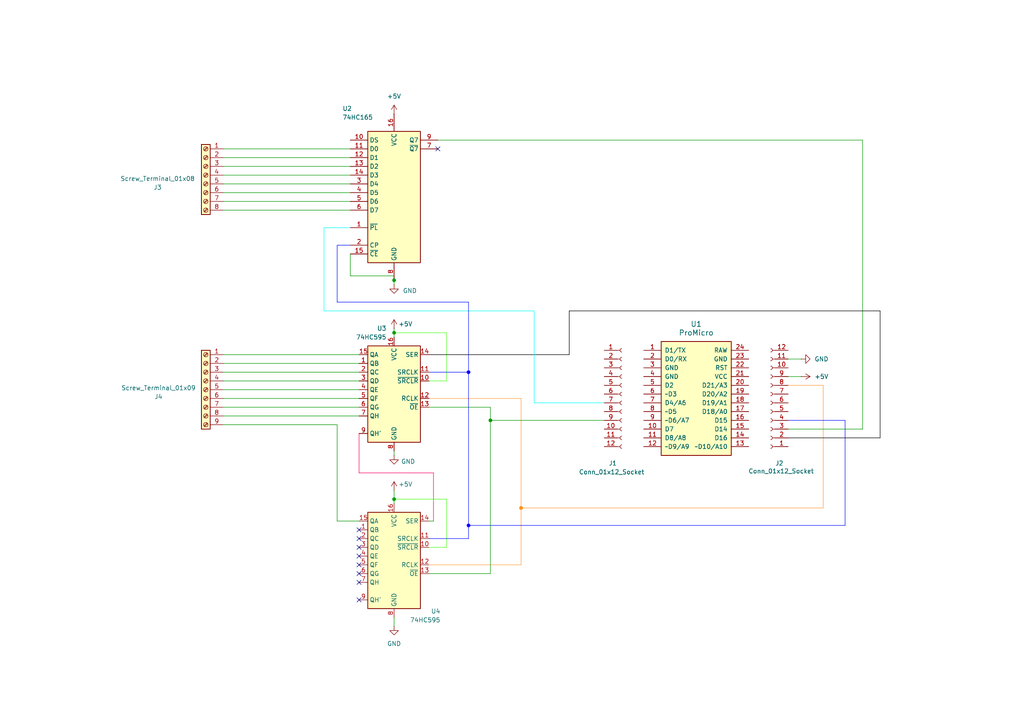
<source format=kicad_sch>
(kicad_sch
	(version 20231120)
	(generator "eeschema")
	(generator_version "8.0")
	(uuid "d95d1044-ad01-4f52-b958-7e818287371b")
	(paper "A4")
	(lib_symbols
		(symbol "74xx:74HC165"
			(exclude_from_sim no)
			(in_bom yes)
			(on_board yes)
			(property "Reference" "U"
				(at -7.62 19.05 0)
				(effects
					(font
						(size 1.27 1.27)
					)
				)
			)
			(property "Value" "74HC165"
				(at -7.62 -21.59 0)
				(effects
					(font
						(size 1.27 1.27)
					)
				)
			)
			(property "Footprint" ""
				(at 0 0 0)
				(effects
					(font
						(size 1.27 1.27)
					)
					(hide yes)
				)
			)
			(property "Datasheet" "https://assets.nexperia.com/documents/data-sheet/74HC_HCT165.pdf"
				(at 0 0 0)
				(effects
					(font
						(size 1.27 1.27)
					)
					(hide yes)
				)
			)
			(property "Description" "Shift Register, 8-bit, Parallel Load"
				(at 0 0 0)
				(effects
					(font
						(size 1.27 1.27)
					)
					(hide yes)
				)
			)
			(property "ki_keywords" "8 bit shift register parallel load cmos"
				(at 0 0 0)
				(effects
					(font
						(size 1.27 1.27)
					)
					(hide yes)
				)
			)
			(property "ki_fp_filters" "DIP?16* SO*16*3.9x9.9mm*P1.27mm* SSOP*16*5.3x6.2mm*P0.65mm* TSSOP*16*4.4x5mm*P0.65*"
				(at 0 0 0)
				(effects
					(font
						(size 1.27 1.27)
					)
					(hide yes)
				)
			)
			(symbol "74HC165_1_0"
				(pin input line
					(at -12.7 -10.16 0)
					(length 5.08)
					(name "~{PL}"
						(effects
							(font
								(size 1.27 1.27)
							)
						)
					)
					(number "1"
						(effects
							(font
								(size 1.27 1.27)
							)
						)
					)
				)
				(pin input line
					(at -12.7 15.24 0)
					(length 5.08)
					(name "DS"
						(effects
							(font
								(size 1.27 1.27)
							)
						)
					)
					(number "10"
						(effects
							(font
								(size 1.27 1.27)
							)
						)
					)
				)
				(pin input line
					(at -12.7 12.7 0)
					(length 5.08)
					(name "D0"
						(effects
							(font
								(size 1.27 1.27)
							)
						)
					)
					(number "11"
						(effects
							(font
								(size 1.27 1.27)
							)
						)
					)
				)
				(pin input line
					(at -12.7 10.16 0)
					(length 5.08)
					(name "D1"
						(effects
							(font
								(size 1.27 1.27)
							)
						)
					)
					(number "12"
						(effects
							(font
								(size 1.27 1.27)
							)
						)
					)
				)
				(pin input line
					(at -12.7 7.62 0)
					(length 5.08)
					(name "D2"
						(effects
							(font
								(size 1.27 1.27)
							)
						)
					)
					(number "13"
						(effects
							(font
								(size 1.27 1.27)
							)
						)
					)
				)
				(pin input line
					(at -12.7 5.08 0)
					(length 5.08)
					(name "D3"
						(effects
							(font
								(size 1.27 1.27)
							)
						)
					)
					(number "14"
						(effects
							(font
								(size 1.27 1.27)
							)
						)
					)
				)
				(pin input line
					(at -12.7 -17.78 0)
					(length 5.08)
					(name "~{CE}"
						(effects
							(font
								(size 1.27 1.27)
							)
						)
					)
					(number "15"
						(effects
							(font
								(size 1.27 1.27)
							)
						)
					)
				)
				(pin power_in line
					(at 0 22.86 270)
					(length 5.08)
					(name "VCC"
						(effects
							(font
								(size 1.27 1.27)
							)
						)
					)
					(number "16"
						(effects
							(font
								(size 1.27 1.27)
							)
						)
					)
				)
				(pin input line
					(at -12.7 -15.24 0)
					(length 5.08)
					(name "CP"
						(effects
							(font
								(size 1.27 1.27)
							)
						)
					)
					(number "2"
						(effects
							(font
								(size 1.27 1.27)
							)
						)
					)
				)
				(pin input line
					(at -12.7 2.54 0)
					(length 5.08)
					(name "D4"
						(effects
							(font
								(size 1.27 1.27)
							)
						)
					)
					(number "3"
						(effects
							(font
								(size 1.27 1.27)
							)
						)
					)
				)
				(pin input line
					(at -12.7 0 0)
					(length 5.08)
					(name "D5"
						(effects
							(font
								(size 1.27 1.27)
							)
						)
					)
					(number "4"
						(effects
							(font
								(size 1.27 1.27)
							)
						)
					)
				)
				(pin input line
					(at -12.7 -2.54 0)
					(length 5.08)
					(name "D6"
						(effects
							(font
								(size 1.27 1.27)
							)
						)
					)
					(number "5"
						(effects
							(font
								(size 1.27 1.27)
							)
						)
					)
				)
				(pin input line
					(at -12.7 -5.08 0)
					(length 5.08)
					(name "D7"
						(effects
							(font
								(size 1.27 1.27)
							)
						)
					)
					(number "6"
						(effects
							(font
								(size 1.27 1.27)
							)
						)
					)
				)
				(pin output line
					(at 12.7 12.7 180)
					(length 5.08)
					(name "~{Q7}"
						(effects
							(font
								(size 1.27 1.27)
							)
						)
					)
					(number "7"
						(effects
							(font
								(size 1.27 1.27)
							)
						)
					)
				)
				(pin power_in line
					(at 0 -25.4 90)
					(length 5.08)
					(name "GND"
						(effects
							(font
								(size 1.27 1.27)
							)
						)
					)
					(number "8"
						(effects
							(font
								(size 1.27 1.27)
							)
						)
					)
				)
				(pin output line
					(at 12.7 15.24 180)
					(length 5.08)
					(name "Q7"
						(effects
							(font
								(size 1.27 1.27)
							)
						)
					)
					(number "9"
						(effects
							(font
								(size 1.27 1.27)
							)
						)
					)
				)
			)
			(symbol "74HC165_1_1"
				(rectangle
					(start -7.62 17.78)
					(end 7.62 -20.32)
					(stroke
						(width 0.254)
						(type default)
					)
					(fill
						(type background)
					)
				)
			)
		)
		(symbol "74xx:74HC595"
			(exclude_from_sim no)
			(in_bom yes)
			(on_board yes)
			(property "Reference" "U"
				(at -7.62 13.97 0)
				(effects
					(font
						(size 1.27 1.27)
					)
				)
			)
			(property "Value" "74HC595"
				(at -7.62 -16.51 0)
				(effects
					(font
						(size 1.27 1.27)
					)
				)
			)
			(property "Footprint" ""
				(at 0 0 0)
				(effects
					(font
						(size 1.27 1.27)
					)
					(hide yes)
				)
			)
			(property "Datasheet" "http://www.ti.com/lit/ds/symlink/sn74hc595.pdf"
				(at 0 0 0)
				(effects
					(font
						(size 1.27 1.27)
					)
					(hide yes)
				)
			)
			(property "Description" "8-bit serial in/out Shift Register 3-State Outputs"
				(at 0 0 0)
				(effects
					(font
						(size 1.27 1.27)
					)
					(hide yes)
				)
			)
			(property "ki_keywords" "HCMOS SR 3State"
				(at 0 0 0)
				(effects
					(font
						(size 1.27 1.27)
					)
					(hide yes)
				)
			)
			(property "ki_fp_filters" "DIP*W7.62mm* SOIC*3.9x9.9mm*P1.27mm* TSSOP*4.4x5mm*P0.65mm* SOIC*5.3x10.2mm*P1.27mm* SOIC*7.5x10.3mm*P1.27mm*"
				(at 0 0 0)
				(effects
					(font
						(size 1.27 1.27)
					)
					(hide yes)
				)
			)
			(symbol "74HC595_1_0"
				(pin tri_state line
					(at 10.16 7.62 180)
					(length 2.54)
					(name "QB"
						(effects
							(font
								(size 1.27 1.27)
							)
						)
					)
					(number "1"
						(effects
							(font
								(size 1.27 1.27)
							)
						)
					)
				)
				(pin input line
					(at -10.16 2.54 0)
					(length 2.54)
					(name "~{SRCLR}"
						(effects
							(font
								(size 1.27 1.27)
							)
						)
					)
					(number "10"
						(effects
							(font
								(size 1.27 1.27)
							)
						)
					)
				)
				(pin input line
					(at -10.16 5.08 0)
					(length 2.54)
					(name "SRCLK"
						(effects
							(font
								(size 1.27 1.27)
							)
						)
					)
					(number "11"
						(effects
							(font
								(size 1.27 1.27)
							)
						)
					)
				)
				(pin input line
					(at -10.16 -2.54 0)
					(length 2.54)
					(name "RCLK"
						(effects
							(font
								(size 1.27 1.27)
							)
						)
					)
					(number "12"
						(effects
							(font
								(size 1.27 1.27)
							)
						)
					)
				)
				(pin input line
					(at -10.16 -5.08 0)
					(length 2.54)
					(name "~{OE}"
						(effects
							(font
								(size 1.27 1.27)
							)
						)
					)
					(number "13"
						(effects
							(font
								(size 1.27 1.27)
							)
						)
					)
				)
				(pin input line
					(at -10.16 10.16 0)
					(length 2.54)
					(name "SER"
						(effects
							(font
								(size 1.27 1.27)
							)
						)
					)
					(number "14"
						(effects
							(font
								(size 1.27 1.27)
							)
						)
					)
				)
				(pin tri_state line
					(at 10.16 10.16 180)
					(length 2.54)
					(name "QA"
						(effects
							(font
								(size 1.27 1.27)
							)
						)
					)
					(number "15"
						(effects
							(font
								(size 1.27 1.27)
							)
						)
					)
				)
				(pin power_in line
					(at 0 15.24 270)
					(length 2.54)
					(name "VCC"
						(effects
							(font
								(size 1.27 1.27)
							)
						)
					)
					(number "16"
						(effects
							(font
								(size 1.27 1.27)
							)
						)
					)
				)
				(pin tri_state line
					(at 10.16 5.08 180)
					(length 2.54)
					(name "QC"
						(effects
							(font
								(size 1.27 1.27)
							)
						)
					)
					(number "2"
						(effects
							(font
								(size 1.27 1.27)
							)
						)
					)
				)
				(pin tri_state line
					(at 10.16 2.54 180)
					(length 2.54)
					(name "QD"
						(effects
							(font
								(size 1.27 1.27)
							)
						)
					)
					(number "3"
						(effects
							(font
								(size 1.27 1.27)
							)
						)
					)
				)
				(pin tri_state line
					(at 10.16 0 180)
					(length 2.54)
					(name "QE"
						(effects
							(font
								(size 1.27 1.27)
							)
						)
					)
					(number "4"
						(effects
							(font
								(size 1.27 1.27)
							)
						)
					)
				)
				(pin tri_state line
					(at 10.16 -2.54 180)
					(length 2.54)
					(name "QF"
						(effects
							(font
								(size 1.27 1.27)
							)
						)
					)
					(number "5"
						(effects
							(font
								(size 1.27 1.27)
							)
						)
					)
				)
				(pin tri_state line
					(at 10.16 -5.08 180)
					(length 2.54)
					(name "QG"
						(effects
							(font
								(size 1.27 1.27)
							)
						)
					)
					(number "6"
						(effects
							(font
								(size 1.27 1.27)
							)
						)
					)
				)
				(pin tri_state line
					(at 10.16 -7.62 180)
					(length 2.54)
					(name "QH"
						(effects
							(font
								(size 1.27 1.27)
							)
						)
					)
					(number "7"
						(effects
							(font
								(size 1.27 1.27)
							)
						)
					)
				)
				(pin power_in line
					(at 0 -17.78 90)
					(length 2.54)
					(name "GND"
						(effects
							(font
								(size 1.27 1.27)
							)
						)
					)
					(number "8"
						(effects
							(font
								(size 1.27 1.27)
							)
						)
					)
				)
				(pin output line
					(at 10.16 -12.7 180)
					(length 2.54)
					(name "QH'"
						(effects
							(font
								(size 1.27 1.27)
							)
						)
					)
					(number "9"
						(effects
							(font
								(size 1.27 1.27)
							)
						)
					)
				)
			)
			(symbol "74HC595_1_1"
				(rectangle
					(start -7.62 12.7)
					(end 7.62 -15.24)
					(stroke
						(width 0.254)
						(type default)
					)
					(fill
						(type background)
					)
				)
			)
		)
		(symbol "Arduino:Sparkfun_Pro_Micro"
			(pin_names
				(offset 1.016)
			)
			(exclude_from_sim no)
			(in_bom yes)
			(on_board yes)
			(property "Reference" "U"
				(at -8.89 21.59 0)
				(effects
					(font
						(size 1.524 1.524)
					)
				)
			)
			(property "Value" "Sparkfun_Pro_Micro"
				(at 0 19.05 0)
				(effects
					(font
						(size 1.524 1.524)
					)
				)
			)
			(property "Footprint" "Arduino:Sparkfun_Pro_Micro"
				(at 0 -16.51 0)
				(effects
					(font
						(size 1.524 1.524)
					)
					(hide yes)
				)
			)
			(property "Datasheet" "https://www.sparkfun.com/products/12640"
				(at 2.54 -26.67 0)
				(effects
					(font
						(size 1.524 1.524)
					)
					(hide yes)
				)
			)
			(property "Description" "Sparkfun Pro Micro"
				(at 0 0 0)
				(effects
					(font
						(size 1.27 1.27)
					)
					(hide yes)
				)
			)
			(property "ki_keywords" "Arduino Sparkfun pro micro microcontroller module USB"
				(at 0 0 0)
				(effects
					(font
						(size 1.27 1.27)
					)
					(hide yes)
				)
			)
			(symbol "Sparkfun_Pro_Micro_0_1"
				(rectangle
					(start -10.16 17.78)
					(end 10.16 -15.24)
					(stroke
						(width 0.254)
						(type solid)
					)
					(fill
						(type background)
					)
				)
			)
			(symbol "Sparkfun_Pro_Micro_1_1"
				(pin bidirectional line
					(at -15.24 15.24 0)
					(length 5.08)
					(name "D1/TX"
						(effects
							(font
								(size 1.27 1.27)
							)
						)
					)
					(number "1"
						(effects
							(font
								(size 1.27 1.27)
							)
						)
					)
				)
				(pin bidirectional line
					(at -15.24 -7.62 0)
					(length 5.08)
					(name "D7"
						(effects
							(font
								(size 1.27 1.27)
							)
						)
					)
					(number "10"
						(effects
							(font
								(size 1.27 1.27)
							)
						)
					)
				)
				(pin bidirectional line
					(at -15.24 -10.16 0)
					(length 5.08)
					(name "D8/A8"
						(effects
							(font
								(size 1.27 1.27)
							)
						)
					)
					(number "11"
						(effects
							(font
								(size 1.27 1.27)
							)
						)
					)
				)
				(pin bidirectional line
					(at -15.24 -12.7 0)
					(length 5.08)
					(name "~D9/A9"
						(effects
							(font
								(size 1.27 1.27)
							)
						)
					)
					(number "12"
						(effects
							(font
								(size 1.27 1.27)
							)
						)
					)
				)
				(pin bidirectional line
					(at 15.24 -12.7 180)
					(length 5.08)
					(name "~D10/A10"
						(effects
							(font
								(size 1.27 1.27)
							)
						)
					)
					(number "13"
						(effects
							(font
								(size 1.27 1.27)
							)
						)
					)
				)
				(pin bidirectional line
					(at 15.24 -10.16 180)
					(length 5.08)
					(name "D16"
						(effects
							(font
								(size 1.27 1.27)
							)
						)
					)
					(number "14"
						(effects
							(font
								(size 1.27 1.27)
							)
						)
					)
				)
				(pin bidirectional line
					(at 15.24 -7.62 180)
					(length 5.08)
					(name "D14"
						(effects
							(font
								(size 1.27 1.27)
							)
						)
					)
					(number "15"
						(effects
							(font
								(size 1.27 1.27)
							)
						)
					)
				)
				(pin bidirectional line
					(at 15.24 -5.08 180)
					(length 5.08)
					(name "D15"
						(effects
							(font
								(size 1.27 1.27)
							)
						)
					)
					(number "16"
						(effects
							(font
								(size 1.27 1.27)
							)
						)
					)
				)
				(pin bidirectional line
					(at 15.24 -2.54 180)
					(length 5.08)
					(name "D18/A0"
						(effects
							(font
								(size 1.27 1.27)
							)
						)
					)
					(number "17"
						(effects
							(font
								(size 1.27 1.27)
							)
						)
					)
				)
				(pin bidirectional line
					(at 15.24 0 180)
					(length 5.08)
					(name "D19/A1"
						(effects
							(font
								(size 1.27 1.27)
							)
						)
					)
					(number "18"
						(effects
							(font
								(size 1.27 1.27)
							)
						)
					)
				)
				(pin bidirectional line
					(at 15.24 2.54 180)
					(length 5.08)
					(name "D20/A2"
						(effects
							(font
								(size 1.27 1.27)
							)
						)
					)
					(number "19"
						(effects
							(font
								(size 1.27 1.27)
							)
						)
					)
				)
				(pin bidirectional line
					(at -15.24 12.7 0)
					(length 5.08)
					(name "D0/RX"
						(effects
							(font
								(size 1.27 1.27)
							)
						)
					)
					(number "2"
						(effects
							(font
								(size 1.27 1.27)
							)
						)
					)
				)
				(pin bidirectional line
					(at 15.24 5.08 180)
					(length 5.08)
					(name "D21/A3"
						(effects
							(font
								(size 1.27 1.27)
							)
						)
					)
					(number "20"
						(effects
							(font
								(size 1.27 1.27)
							)
						)
					)
				)
				(pin power_in line
					(at 15.24 7.62 180)
					(length 5.08)
					(name "VCC"
						(effects
							(font
								(size 1.27 1.27)
							)
						)
					)
					(number "21"
						(effects
							(font
								(size 1.27 1.27)
							)
						)
					)
				)
				(pin input line
					(at 15.24 10.16 180)
					(length 5.08)
					(name "RST"
						(effects
							(font
								(size 1.27 1.27)
							)
						)
					)
					(number "22"
						(effects
							(font
								(size 1.27 1.27)
							)
						)
					)
				)
				(pin power_in line
					(at 15.24 12.7 180)
					(length 5.08)
					(name "GND"
						(effects
							(font
								(size 1.27 1.27)
							)
						)
					)
					(number "23"
						(effects
							(font
								(size 1.27 1.27)
							)
						)
					)
				)
				(pin power_in line
					(at 15.24 15.24 180)
					(length 5.08)
					(name "RAW"
						(effects
							(font
								(size 1.27 1.27)
							)
						)
					)
					(number "24"
						(effects
							(font
								(size 1.27 1.27)
							)
						)
					)
				)
				(pin power_in line
					(at -15.24 10.16 0)
					(length 5.08)
					(name "GND"
						(effects
							(font
								(size 1.27 1.27)
							)
						)
					)
					(number "3"
						(effects
							(font
								(size 1.27 1.27)
							)
						)
					)
				)
				(pin power_in line
					(at -15.24 7.62 0)
					(length 5.08)
					(name "GND"
						(effects
							(font
								(size 1.27 1.27)
							)
						)
					)
					(number "4"
						(effects
							(font
								(size 1.27 1.27)
							)
						)
					)
				)
				(pin bidirectional line
					(at -15.24 5.08 0)
					(length 5.08)
					(name "D2"
						(effects
							(font
								(size 1.27 1.27)
							)
						)
					)
					(number "5"
						(effects
							(font
								(size 1.27 1.27)
							)
						)
					)
				)
				(pin bidirectional line
					(at -15.24 2.54 0)
					(length 5.08)
					(name "~D3"
						(effects
							(font
								(size 1.27 1.27)
							)
						)
					)
					(number "6"
						(effects
							(font
								(size 1.27 1.27)
							)
						)
					)
				)
				(pin bidirectional line
					(at -15.24 0 0)
					(length 5.08)
					(name "D4/A6"
						(effects
							(font
								(size 1.27 1.27)
							)
						)
					)
					(number "7"
						(effects
							(font
								(size 1.27 1.27)
							)
						)
					)
				)
				(pin bidirectional line
					(at -15.24 -2.54 0)
					(length 5.08)
					(name "~D5"
						(effects
							(font
								(size 1.27 1.27)
							)
						)
					)
					(number "8"
						(effects
							(font
								(size 1.27 1.27)
							)
						)
					)
				)
				(pin bidirectional line
					(at -15.24 -5.08 0)
					(length 5.08)
					(name "~D6/A7"
						(effects
							(font
								(size 1.27 1.27)
							)
						)
					)
					(number "9"
						(effects
							(font
								(size 1.27 1.27)
							)
						)
					)
				)
			)
		)
		(symbol "Connector:Conn_01x12_Socket"
			(pin_names
				(offset 1.016) hide)
			(exclude_from_sim no)
			(in_bom yes)
			(on_board yes)
			(property "Reference" "J"
				(at 0 15.24 0)
				(effects
					(font
						(size 1.27 1.27)
					)
				)
			)
			(property "Value" "Conn_01x12_Socket"
				(at 0 -17.78 0)
				(effects
					(font
						(size 1.27 1.27)
					)
				)
			)
			(property "Footprint" ""
				(at 0 0 0)
				(effects
					(font
						(size 1.27 1.27)
					)
					(hide yes)
				)
			)
			(property "Datasheet" "~"
				(at 0 0 0)
				(effects
					(font
						(size 1.27 1.27)
					)
					(hide yes)
				)
			)
			(property "Description" "Generic connector, single row, 01x12, script generated"
				(at 0 0 0)
				(effects
					(font
						(size 1.27 1.27)
					)
					(hide yes)
				)
			)
			(property "ki_locked" ""
				(at 0 0 0)
				(effects
					(font
						(size 1.27 1.27)
					)
				)
			)
			(property "ki_keywords" "connector"
				(at 0 0 0)
				(effects
					(font
						(size 1.27 1.27)
					)
					(hide yes)
				)
			)
			(property "ki_fp_filters" "Connector*:*_1x??_*"
				(at 0 0 0)
				(effects
					(font
						(size 1.27 1.27)
					)
					(hide yes)
				)
			)
			(symbol "Conn_01x12_Socket_1_1"
				(arc
					(start 0 -14.732)
					(mid -0.5058 -15.24)
					(end 0 -15.748)
					(stroke
						(width 0.1524)
						(type default)
					)
					(fill
						(type none)
					)
				)
				(arc
					(start 0 -12.192)
					(mid -0.5058 -12.7)
					(end 0 -13.208)
					(stroke
						(width 0.1524)
						(type default)
					)
					(fill
						(type none)
					)
				)
				(arc
					(start 0 -9.652)
					(mid -0.5058 -10.16)
					(end 0 -10.668)
					(stroke
						(width 0.1524)
						(type default)
					)
					(fill
						(type none)
					)
				)
				(arc
					(start 0 -7.112)
					(mid -0.5058 -7.62)
					(end 0 -8.128)
					(stroke
						(width 0.1524)
						(type default)
					)
					(fill
						(type none)
					)
				)
				(arc
					(start 0 -4.572)
					(mid -0.5058 -5.08)
					(end 0 -5.588)
					(stroke
						(width 0.1524)
						(type default)
					)
					(fill
						(type none)
					)
				)
				(arc
					(start 0 -2.032)
					(mid -0.5058 -2.54)
					(end 0 -3.048)
					(stroke
						(width 0.1524)
						(type default)
					)
					(fill
						(type none)
					)
				)
				(polyline
					(pts
						(xy -1.27 -15.24) (xy -0.508 -15.24)
					)
					(stroke
						(width 0.1524)
						(type default)
					)
					(fill
						(type none)
					)
				)
				(polyline
					(pts
						(xy -1.27 -12.7) (xy -0.508 -12.7)
					)
					(stroke
						(width 0.1524)
						(type default)
					)
					(fill
						(type none)
					)
				)
				(polyline
					(pts
						(xy -1.27 -10.16) (xy -0.508 -10.16)
					)
					(stroke
						(width 0.1524)
						(type default)
					)
					(fill
						(type none)
					)
				)
				(polyline
					(pts
						(xy -1.27 -7.62) (xy -0.508 -7.62)
					)
					(stroke
						(width 0.1524)
						(type default)
					)
					(fill
						(type none)
					)
				)
				(polyline
					(pts
						(xy -1.27 -5.08) (xy -0.508 -5.08)
					)
					(stroke
						(width 0.1524)
						(type default)
					)
					(fill
						(type none)
					)
				)
				(polyline
					(pts
						(xy -1.27 -2.54) (xy -0.508 -2.54)
					)
					(stroke
						(width 0.1524)
						(type default)
					)
					(fill
						(type none)
					)
				)
				(polyline
					(pts
						(xy -1.27 0) (xy -0.508 0)
					)
					(stroke
						(width 0.1524)
						(type default)
					)
					(fill
						(type none)
					)
				)
				(polyline
					(pts
						(xy -1.27 2.54) (xy -0.508 2.54)
					)
					(stroke
						(width 0.1524)
						(type default)
					)
					(fill
						(type none)
					)
				)
				(polyline
					(pts
						(xy -1.27 5.08) (xy -0.508 5.08)
					)
					(stroke
						(width 0.1524)
						(type default)
					)
					(fill
						(type none)
					)
				)
				(polyline
					(pts
						(xy -1.27 7.62) (xy -0.508 7.62)
					)
					(stroke
						(width 0.1524)
						(type default)
					)
					(fill
						(type none)
					)
				)
				(polyline
					(pts
						(xy -1.27 10.16) (xy -0.508 10.16)
					)
					(stroke
						(width 0.1524)
						(type default)
					)
					(fill
						(type none)
					)
				)
				(polyline
					(pts
						(xy -1.27 12.7) (xy -0.508 12.7)
					)
					(stroke
						(width 0.1524)
						(type default)
					)
					(fill
						(type none)
					)
				)
				(arc
					(start 0 0.508)
					(mid -0.5058 0)
					(end 0 -0.508)
					(stroke
						(width 0.1524)
						(type default)
					)
					(fill
						(type none)
					)
				)
				(arc
					(start 0 3.048)
					(mid -0.5058 2.54)
					(end 0 2.032)
					(stroke
						(width 0.1524)
						(type default)
					)
					(fill
						(type none)
					)
				)
				(arc
					(start 0 5.588)
					(mid -0.5058 5.08)
					(end 0 4.572)
					(stroke
						(width 0.1524)
						(type default)
					)
					(fill
						(type none)
					)
				)
				(arc
					(start 0 8.128)
					(mid -0.5058 7.62)
					(end 0 7.112)
					(stroke
						(width 0.1524)
						(type default)
					)
					(fill
						(type none)
					)
				)
				(arc
					(start 0 10.668)
					(mid -0.5058 10.16)
					(end 0 9.652)
					(stroke
						(width 0.1524)
						(type default)
					)
					(fill
						(type none)
					)
				)
				(arc
					(start 0 13.208)
					(mid -0.5058 12.7)
					(end 0 12.192)
					(stroke
						(width 0.1524)
						(type default)
					)
					(fill
						(type none)
					)
				)
				(pin passive line
					(at -5.08 12.7 0)
					(length 3.81)
					(name "Pin_1"
						(effects
							(font
								(size 1.27 1.27)
							)
						)
					)
					(number "1"
						(effects
							(font
								(size 1.27 1.27)
							)
						)
					)
				)
				(pin passive line
					(at -5.08 -10.16 0)
					(length 3.81)
					(name "Pin_10"
						(effects
							(font
								(size 1.27 1.27)
							)
						)
					)
					(number "10"
						(effects
							(font
								(size 1.27 1.27)
							)
						)
					)
				)
				(pin passive line
					(at -5.08 -12.7 0)
					(length 3.81)
					(name "Pin_11"
						(effects
							(font
								(size 1.27 1.27)
							)
						)
					)
					(number "11"
						(effects
							(font
								(size 1.27 1.27)
							)
						)
					)
				)
				(pin passive line
					(at -5.08 -15.24 0)
					(length 3.81)
					(name "Pin_12"
						(effects
							(font
								(size 1.27 1.27)
							)
						)
					)
					(number "12"
						(effects
							(font
								(size 1.27 1.27)
							)
						)
					)
				)
				(pin passive line
					(at -5.08 10.16 0)
					(length 3.81)
					(name "Pin_2"
						(effects
							(font
								(size 1.27 1.27)
							)
						)
					)
					(number "2"
						(effects
							(font
								(size 1.27 1.27)
							)
						)
					)
				)
				(pin passive line
					(at -5.08 7.62 0)
					(length 3.81)
					(name "Pin_3"
						(effects
							(font
								(size 1.27 1.27)
							)
						)
					)
					(number "3"
						(effects
							(font
								(size 1.27 1.27)
							)
						)
					)
				)
				(pin passive line
					(at -5.08 5.08 0)
					(length 3.81)
					(name "Pin_4"
						(effects
							(font
								(size 1.27 1.27)
							)
						)
					)
					(number "4"
						(effects
							(font
								(size 1.27 1.27)
							)
						)
					)
				)
				(pin passive line
					(at -5.08 2.54 0)
					(length 3.81)
					(name "Pin_5"
						(effects
							(font
								(size 1.27 1.27)
							)
						)
					)
					(number "5"
						(effects
							(font
								(size 1.27 1.27)
							)
						)
					)
				)
				(pin passive line
					(at -5.08 0 0)
					(length 3.81)
					(name "Pin_6"
						(effects
							(font
								(size 1.27 1.27)
							)
						)
					)
					(number "6"
						(effects
							(font
								(size 1.27 1.27)
							)
						)
					)
				)
				(pin passive line
					(at -5.08 -2.54 0)
					(length 3.81)
					(name "Pin_7"
						(effects
							(font
								(size 1.27 1.27)
							)
						)
					)
					(number "7"
						(effects
							(font
								(size 1.27 1.27)
							)
						)
					)
				)
				(pin passive line
					(at -5.08 -5.08 0)
					(length 3.81)
					(name "Pin_8"
						(effects
							(font
								(size 1.27 1.27)
							)
						)
					)
					(number "8"
						(effects
							(font
								(size 1.27 1.27)
							)
						)
					)
				)
				(pin passive line
					(at -5.08 -7.62 0)
					(length 3.81)
					(name "Pin_9"
						(effects
							(font
								(size 1.27 1.27)
							)
						)
					)
					(number "9"
						(effects
							(font
								(size 1.27 1.27)
							)
						)
					)
				)
			)
		)
		(symbol "Connector:Screw_Terminal_01x08"
			(pin_names
				(offset 1.016) hide)
			(exclude_from_sim no)
			(in_bom yes)
			(on_board yes)
			(property "Reference" "J"
				(at 0 10.16 0)
				(effects
					(font
						(size 1.27 1.27)
					)
				)
			)
			(property "Value" "Screw_Terminal_01x08"
				(at 0 -12.7 0)
				(effects
					(font
						(size 1.27 1.27)
					)
				)
			)
			(property "Footprint" ""
				(at 0 0 0)
				(effects
					(font
						(size 1.27 1.27)
					)
					(hide yes)
				)
			)
			(property "Datasheet" "~"
				(at 0 0 0)
				(effects
					(font
						(size 1.27 1.27)
					)
					(hide yes)
				)
			)
			(property "Description" "Generic screw terminal, single row, 01x08, script generated (kicad-library-utils/schlib/autogen/connector/)"
				(at 0 0 0)
				(effects
					(font
						(size 1.27 1.27)
					)
					(hide yes)
				)
			)
			(property "ki_keywords" "screw terminal"
				(at 0 0 0)
				(effects
					(font
						(size 1.27 1.27)
					)
					(hide yes)
				)
			)
			(property "ki_fp_filters" "TerminalBlock*:*"
				(at 0 0 0)
				(effects
					(font
						(size 1.27 1.27)
					)
					(hide yes)
				)
			)
			(symbol "Screw_Terminal_01x08_1_1"
				(rectangle
					(start -1.27 8.89)
					(end 1.27 -11.43)
					(stroke
						(width 0.254)
						(type default)
					)
					(fill
						(type background)
					)
				)
				(circle
					(center 0 -10.16)
					(radius 0.635)
					(stroke
						(width 0.1524)
						(type default)
					)
					(fill
						(type none)
					)
				)
				(circle
					(center 0 -7.62)
					(radius 0.635)
					(stroke
						(width 0.1524)
						(type default)
					)
					(fill
						(type none)
					)
				)
				(circle
					(center 0 -5.08)
					(radius 0.635)
					(stroke
						(width 0.1524)
						(type default)
					)
					(fill
						(type none)
					)
				)
				(circle
					(center 0 -2.54)
					(radius 0.635)
					(stroke
						(width 0.1524)
						(type default)
					)
					(fill
						(type none)
					)
				)
				(polyline
					(pts
						(xy -0.5334 -9.8298) (xy 0.3302 -10.668)
					)
					(stroke
						(width 0.1524)
						(type default)
					)
					(fill
						(type none)
					)
				)
				(polyline
					(pts
						(xy -0.5334 -7.2898) (xy 0.3302 -8.128)
					)
					(stroke
						(width 0.1524)
						(type default)
					)
					(fill
						(type none)
					)
				)
				(polyline
					(pts
						(xy -0.5334 -4.7498) (xy 0.3302 -5.588)
					)
					(stroke
						(width 0.1524)
						(type default)
					)
					(fill
						(type none)
					)
				)
				(polyline
					(pts
						(xy -0.5334 -2.2098) (xy 0.3302 -3.048)
					)
					(stroke
						(width 0.1524)
						(type default)
					)
					(fill
						(type none)
					)
				)
				(polyline
					(pts
						(xy -0.5334 0.3302) (xy 0.3302 -0.508)
					)
					(stroke
						(width 0.1524)
						(type default)
					)
					(fill
						(type none)
					)
				)
				(polyline
					(pts
						(xy -0.5334 2.8702) (xy 0.3302 2.032)
					)
					(stroke
						(width 0.1524)
						(type default)
					)
					(fill
						(type none)
					)
				)
				(polyline
					(pts
						(xy -0.5334 5.4102) (xy 0.3302 4.572)
					)
					(stroke
						(width 0.1524)
						(type default)
					)
					(fill
						(type none)
					)
				)
				(polyline
					(pts
						(xy -0.5334 7.9502) (xy 0.3302 7.112)
					)
					(stroke
						(width 0.1524)
						(type default)
					)
					(fill
						(type none)
					)
				)
				(polyline
					(pts
						(xy -0.3556 -9.652) (xy 0.508 -10.4902)
					)
					(stroke
						(width 0.1524)
						(type default)
					)
					(fill
						(type none)
					)
				)
				(polyline
					(pts
						(xy -0.3556 -7.112) (xy 0.508 -7.9502)
					)
					(stroke
						(width 0.1524)
						(type default)
					)
					(fill
						(type none)
					)
				)
				(polyline
					(pts
						(xy -0.3556 -4.572) (xy 0.508 -5.4102)
					)
					(stroke
						(width 0.1524)
						(type default)
					)
					(fill
						(type none)
					)
				)
				(polyline
					(pts
						(xy -0.3556 -2.032) (xy 0.508 -2.8702)
					)
					(stroke
						(width 0.1524)
						(type default)
					)
					(fill
						(type none)
					)
				)
				(polyline
					(pts
						(xy -0.3556 0.508) (xy 0.508 -0.3302)
					)
					(stroke
						(width 0.1524)
						(type default)
					)
					(fill
						(type none)
					)
				)
				(polyline
					(pts
						(xy -0.3556 3.048) (xy 0.508 2.2098)
					)
					(stroke
						(width 0.1524)
						(type default)
					)
					(fill
						(type none)
					)
				)
				(polyline
					(pts
						(xy -0.3556 5.588) (xy 0.508 4.7498)
					)
					(stroke
						(width 0.1524)
						(type default)
					)
					(fill
						(type none)
					)
				)
				(polyline
					(pts
						(xy -0.3556 8.128) (xy 0.508 7.2898)
					)
					(stroke
						(width 0.1524)
						(type default)
					)
					(fill
						(type none)
					)
				)
				(circle
					(center 0 0)
					(radius 0.635)
					(stroke
						(width 0.1524)
						(type default)
					)
					(fill
						(type none)
					)
				)
				(circle
					(center 0 2.54)
					(radius 0.635)
					(stroke
						(width 0.1524)
						(type default)
					)
					(fill
						(type none)
					)
				)
				(circle
					(center 0 5.08)
					(radius 0.635)
					(stroke
						(width 0.1524)
						(type default)
					)
					(fill
						(type none)
					)
				)
				(circle
					(center 0 7.62)
					(radius 0.635)
					(stroke
						(width 0.1524)
						(type default)
					)
					(fill
						(type none)
					)
				)
				(pin passive line
					(at -5.08 7.62 0)
					(length 3.81)
					(name "Pin_1"
						(effects
							(font
								(size 1.27 1.27)
							)
						)
					)
					(number "1"
						(effects
							(font
								(size 1.27 1.27)
							)
						)
					)
				)
				(pin passive line
					(at -5.08 5.08 0)
					(length 3.81)
					(name "Pin_2"
						(effects
							(font
								(size 1.27 1.27)
							)
						)
					)
					(number "2"
						(effects
							(font
								(size 1.27 1.27)
							)
						)
					)
				)
				(pin passive line
					(at -5.08 2.54 0)
					(length 3.81)
					(name "Pin_3"
						(effects
							(font
								(size 1.27 1.27)
							)
						)
					)
					(number "3"
						(effects
							(font
								(size 1.27 1.27)
							)
						)
					)
				)
				(pin passive line
					(at -5.08 0 0)
					(length 3.81)
					(name "Pin_4"
						(effects
							(font
								(size 1.27 1.27)
							)
						)
					)
					(number "4"
						(effects
							(font
								(size 1.27 1.27)
							)
						)
					)
				)
				(pin passive line
					(at -5.08 -2.54 0)
					(length 3.81)
					(name "Pin_5"
						(effects
							(font
								(size 1.27 1.27)
							)
						)
					)
					(number "5"
						(effects
							(font
								(size 1.27 1.27)
							)
						)
					)
				)
				(pin passive line
					(at -5.08 -5.08 0)
					(length 3.81)
					(name "Pin_6"
						(effects
							(font
								(size 1.27 1.27)
							)
						)
					)
					(number "6"
						(effects
							(font
								(size 1.27 1.27)
							)
						)
					)
				)
				(pin passive line
					(at -5.08 -7.62 0)
					(length 3.81)
					(name "Pin_7"
						(effects
							(font
								(size 1.27 1.27)
							)
						)
					)
					(number "7"
						(effects
							(font
								(size 1.27 1.27)
							)
						)
					)
				)
				(pin passive line
					(at -5.08 -10.16 0)
					(length 3.81)
					(name "Pin_8"
						(effects
							(font
								(size 1.27 1.27)
							)
						)
					)
					(number "8"
						(effects
							(font
								(size 1.27 1.27)
							)
						)
					)
				)
			)
		)
		(symbol "Connector:Screw_Terminal_01x09"
			(pin_names
				(offset 1.016) hide)
			(exclude_from_sim no)
			(in_bom yes)
			(on_board yes)
			(property "Reference" "J"
				(at 0 12.7 0)
				(effects
					(font
						(size 1.27 1.27)
					)
				)
			)
			(property "Value" "Screw_Terminal_01x09"
				(at 0 -12.7 0)
				(effects
					(font
						(size 1.27 1.27)
					)
				)
			)
			(property "Footprint" ""
				(at 0 0 0)
				(effects
					(font
						(size 1.27 1.27)
					)
					(hide yes)
				)
			)
			(property "Datasheet" "~"
				(at 0 0 0)
				(effects
					(font
						(size 1.27 1.27)
					)
					(hide yes)
				)
			)
			(property "Description" "Generic screw terminal, single row, 01x09, script generated (kicad-library-utils/schlib/autogen/connector/)"
				(at 0 0 0)
				(effects
					(font
						(size 1.27 1.27)
					)
					(hide yes)
				)
			)
			(property "ki_keywords" "screw terminal"
				(at 0 0 0)
				(effects
					(font
						(size 1.27 1.27)
					)
					(hide yes)
				)
			)
			(property "ki_fp_filters" "TerminalBlock*:*"
				(at 0 0 0)
				(effects
					(font
						(size 1.27 1.27)
					)
					(hide yes)
				)
			)
			(symbol "Screw_Terminal_01x09_1_1"
				(rectangle
					(start -1.27 11.43)
					(end 1.27 -11.43)
					(stroke
						(width 0.254)
						(type default)
					)
					(fill
						(type background)
					)
				)
				(circle
					(center 0 -10.16)
					(radius 0.635)
					(stroke
						(width 0.1524)
						(type default)
					)
					(fill
						(type none)
					)
				)
				(circle
					(center 0 -7.62)
					(radius 0.635)
					(stroke
						(width 0.1524)
						(type default)
					)
					(fill
						(type none)
					)
				)
				(circle
					(center 0 -5.08)
					(radius 0.635)
					(stroke
						(width 0.1524)
						(type default)
					)
					(fill
						(type none)
					)
				)
				(circle
					(center 0 -2.54)
					(radius 0.635)
					(stroke
						(width 0.1524)
						(type default)
					)
					(fill
						(type none)
					)
				)
				(polyline
					(pts
						(xy -0.5334 -9.8298) (xy 0.3302 -10.668)
					)
					(stroke
						(width 0.1524)
						(type default)
					)
					(fill
						(type none)
					)
				)
				(polyline
					(pts
						(xy -0.5334 -7.2898) (xy 0.3302 -8.128)
					)
					(stroke
						(width 0.1524)
						(type default)
					)
					(fill
						(type none)
					)
				)
				(polyline
					(pts
						(xy -0.5334 -4.7498) (xy 0.3302 -5.588)
					)
					(stroke
						(width 0.1524)
						(type default)
					)
					(fill
						(type none)
					)
				)
				(polyline
					(pts
						(xy -0.5334 -2.2098) (xy 0.3302 -3.048)
					)
					(stroke
						(width 0.1524)
						(type default)
					)
					(fill
						(type none)
					)
				)
				(polyline
					(pts
						(xy -0.5334 0.3302) (xy 0.3302 -0.508)
					)
					(stroke
						(width 0.1524)
						(type default)
					)
					(fill
						(type none)
					)
				)
				(polyline
					(pts
						(xy -0.5334 2.8702) (xy 0.3302 2.032)
					)
					(stroke
						(width 0.1524)
						(type default)
					)
					(fill
						(type none)
					)
				)
				(polyline
					(pts
						(xy -0.5334 5.4102) (xy 0.3302 4.572)
					)
					(stroke
						(width 0.1524)
						(type default)
					)
					(fill
						(type none)
					)
				)
				(polyline
					(pts
						(xy -0.5334 7.9502) (xy 0.3302 7.112)
					)
					(stroke
						(width 0.1524)
						(type default)
					)
					(fill
						(type none)
					)
				)
				(polyline
					(pts
						(xy -0.5334 10.4902) (xy 0.3302 9.652)
					)
					(stroke
						(width 0.1524)
						(type default)
					)
					(fill
						(type none)
					)
				)
				(polyline
					(pts
						(xy -0.3556 -9.652) (xy 0.508 -10.4902)
					)
					(stroke
						(width 0.1524)
						(type default)
					)
					(fill
						(type none)
					)
				)
				(polyline
					(pts
						(xy -0.3556 -7.112) (xy 0.508 -7.9502)
					)
					(stroke
						(width 0.1524)
						(type default)
					)
					(fill
						(type none)
					)
				)
				(polyline
					(pts
						(xy -0.3556 -4.572) (xy 0.508 -5.4102)
					)
					(stroke
						(width 0.1524)
						(type default)
					)
					(fill
						(type none)
					)
				)
				(polyline
					(pts
						(xy -0.3556 -2.032) (xy 0.508 -2.8702)
					)
					(stroke
						(width 0.1524)
						(type default)
					)
					(fill
						(type none)
					)
				)
				(polyline
					(pts
						(xy -0.3556 0.508) (xy 0.508 -0.3302)
					)
					(stroke
						(width 0.1524)
						(type default)
					)
					(fill
						(type none)
					)
				)
				(polyline
					(pts
						(xy -0.3556 3.048) (xy 0.508 2.2098)
					)
					(stroke
						(width 0.1524)
						(type default)
					)
					(fill
						(type none)
					)
				)
				(polyline
					(pts
						(xy -0.3556 5.588) (xy 0.508 4.7498)
					)
					(stroke
						(width 0.1524)
						(type default)
					)
					(fill
						(type none)
					)
				)
				(polyline
					(pts
						(xy -0.3556 8.128) (xy 0.508 7.2898)
					)
					(stroke
						(width 0.1524)
						(type default)
					)
					(fill
						(type none)
					)
				)
				(polyline
					(pts
						(xy -0.3556 10.668) (xy 0.508 9.8298)
					)
					(stroke
						(width 0.1524)
						(type default)
					)
					(fill
						(type none)
					)
				)
				(circle
					(center 0 0)
					(radius 0.635)
					(stroke
						(width 0.1524)
						(type default)
					)
					(fill
						(type none)
					)
				)
				(circle
					(center 0 2.54)
					(radius 0.635)
					(stroke
						(width 0.1524)
						(type default)
					)
					(fill
						(type none)
					)
				)
				(circle
					(center 0 5.08)
					(radius 0.635)
					(stroke
						(width 0.1524)
						(type default)
					)
					(fill
						(type none)
					)
				)
				(circle
					(center 0 7.62)
					(radius 0.635)
					(stroke
						(width 0.1524)
						(type default)
					)
					(fill
						(type none)
					)
				)
				(circle
					(center 0 10.16)
					(radius 0.635)
					(stroke
						(width 0.1524)
						(type default)
					)
					(fill
						(type none)
					)
				)
				(pin passive line
					(at -5.08 10.16 0)
					(length 3.81)
					(name "Pin_1"
						(effects
							(font
								(size 1.27 1.27)
							)
						)
					)
					(number "1"
						(effects
							(font
								(size 1.27 1.27)
							)
						)
					)
				)
				(pin passive line
					(at -5.08 7.62 0)
					(length 3.81)
					(name "Pin_2"
						(effects
							(font
								(size 1.27 1.27)
							)
						)
					)
					(number "2"
						(effects
							(font
								(size 1.27 1.27)
							)
						)
					)
				)
				(pin passive line
					(at -5.08 5.08 0)
					(length 3.81)
					(name "Pin_3"
						(effects
							(font
								(size 1.27 1.27)
							)
						)
					)
					(number "3"
						(effects
							(font
								(size 1.27 1.27)
							)
						)
					)
				)
				(pin passive line
					(at -5.08 2.54 0)
					(length 3.81)
					(name "Pin_4"
						(effects
							(font
								(size 1.27 1.27)
							)
						)
					)
					(number "4"
						(effects
							(font
								(size 1.27 1.27)
							)
						)
					)
				)
				(pin passive line
					(at -5.08 0 0)
					(length 3.81)
					(name "Pin_5"
						(effects
							(font
								(size 1.27 1.27)
							)
						)
					)
					(number "5"
						(effects
							(font
								(size 1.27 1.27)
							)
						)
					)
				)
				(pin passive line
					(at -5.08 -2.54 0)
					(length 3.81)
					(name "Pin_6"
						(effects
							(font
								(size 1.27 1.27)
							)
						)
					)
					(number "6"
						(effects
							(font
								(size 1.27 1.27)
							)
						)
					)
				)
				(pin passive line
					(at -5.08 -5.08 0)
					(length 3.81)
					(name "Pin_7"
						(effects
							(font
								(size 1.27 1.27)
							)
						)
					)
					(number "7"
						(effects
							(font
								(size 1.27 1.27)
							)
						)
					)
				)
				(pin passive line
					(at -5.08 -7.62 0)
					(length 3.81)
					(name "Pin_8"
						(effects
							(font
								(size 1.27 1.27)
							)
						)
					)
					(number "8"
						(effects
							(font
								(size 1.27 1.27)
							)
						)
					)
				)
				(pin passive line
					(at -5.08 -10.16 0)
					(length 3.81)
					(name "Pin_9"
						(effects
							(font
								(size 1.27 1.27)
							)
						)
					)
					(number "9"
						(effects
							(font
								(size 1.27 1.27)
							)
						)
					)
				)
			)
		)
		(symbol "power:+5V"
			(power)
			(pin_numbers hide)
			(pin_names
				(offset 0) hide)
			(exclude_from_sim no)
			(in_bom yes)
			(on_board yes)
			(property "Reference" "#PWR"
				(at 0 -3.81 0)
				(effects
					(font
						(size 1.27 1.27)
					)
					(hide yes)
				)
			)
			(property "Value" "+5V"
				(at 0 3.556 0)
				(effects
					(font
						(size 1.27 1.27)
					)
				)
			)
			(property "Footprint" ""
				(at 0 0 0)
				(effects
					(font
						(size 1.27 1.27)
					)
					(hide yes)
				)
			)
			(property "Datasheet" ""
				(at 0 0 0)
				(effects
					(font
						(size 1.27 1.27)
					)
					(hide yes)
				)
			)
			(property "Description" "Power symbol creates a global label with name \"+5V\""
				(at 0 0 0)
				(effects
					(font
						(size 1.27 1.27)
					)
					(hide yes)
				)
			)
			(property "ki_keywords" "global power"
				(at 0 0 0)
				(effects
					(font
						(size 1.27 1.27)
					)
					(hide yes)
				)
			)
			(symbol "+5V_0_1"
				(polyline
					(pts
						(xy -0.762 1.27) (xy 0 2.54)
					)
					(stroke
						(width 0)
						(type default)
					)
					(fill
						(type none)
					)
				)
				(polyline
					(pts
						(xy 0 0) (xy 0 2.54)
					)
					(stroke
						(width 0)
						(type default)
					)
					(fill
						(type none)
					)
				)
				(polyline
					(pts
						(xy 0 2.54) (xy 0.762 1.27)
					)
					(stroke
						(width 0)
						(type default)
					)
					(fill
						(type none)
					)
				)
			)
			(symbol "+5V_1_1"
				(pin power_in line
					(at 0 0 90)
					(length 0)
					(name "~"
						(effects
							(font
								(size 1.27 1.27)
							)
						)
					)
					(number "1"
						(effects
							(font
								(size 1.27 1.27)
							)
						)
					)
				)
			)
		)
		(symbol "power:GND"
			(power)
			(pin_numbers hide)
			(pin_names
				(offset 0) hide)
			(exclude_from_sim no)
			(in_bom yes)
			(on_board yes)
			(property "Reference" "#PWR"
				(at 0 -6.35 0)
				(effects
					(font
						(size 1.27 1.27)
					)
					(hide yes)
				)
			)
			(property "Value" "GND"
				(at 0 -3.81 0)
				(effects
					(font
						(size 1.27 1.27)
					)
				)
			)
			(property "Footprint" ""
				(at 0 0 0)
				(effects
					(font
						(size 1.27 1.27)
					)
					(hide yes)
				)
			)
			(property "Datasheet" ""
				(at 0 0 0)
				(effects
					(font
						(size 1.27 1.27)
					)
					(hide yes)
				)
			)
			(property "Description" "Power symbol creates a global label with name \"GND\" , ground"
				(at 0 0 0)
				(effects
					(font
						(size 1.27 1.27)
					)
					(hide yes)
				)
			)
			(property "ki_keywords" "global power"
				(at 0 0 0)
				(effects
					(font
						(size 1.27 1.27)
					)
					(hide yes)
				)
			)
			(symbol "GND_0_1"
				(polyline
					(pts
						(xy 0 0) (xy 0 -1.27) (xy 1.27 -1.27) (xy 0 -2.54) (xy -1.27 -1.27) (xy 0 -1.27)
					)
					(stroke
						(width 0)
						(type default)
					)
					(fill
						(type none)
					)
				)
			)
			(symbol "GND_1_1"
				(pin power_in line
					(at 0 0 270)
					(length 0)
					(name "~"
						(effects
							(font
								(size 1.27 1.27)
							)
						)
					)
					(number "1"
						(effects
							(font
								(size 1.27 1.27)
							)
						)
					)
				)
			)
		)
	)
	(junction
		(at 114.3 81.28)
		(diameter 0)
		(color 0 0 0 0)
		(uuid "126f2a43-a979-4028-a0e8-703e2cf51854")
	)
	(junction
		(at 135.89 152.4)
		(diameter 0)
		(color 8 0 255 1)
		(uuid "40aed7ef-1d19-4a6d-a4ad-818cf4d51096")
	)
	(junction
		(at 135.89 107.95)
		(diameter 0)
		(color 8 0 255 1)
		(uuid "4f7cfbf5-dd12-4850-8bc4-6cb995c4c0d1")
	)
	(junction
		(at 151.13 147.32)
		(diameter 0)
		(color 255 134 7 1)
		(uuid "9fc04d2a-6663-4da7-a721-9e1e9395298b")
	)
	(junction
		(at 114.3 96.52)
		(diameter 0)
		(color 0 0 0 0)
		(uuid "a7aae769-b033-439a-bac3-68e993017ba4")
	)
	(junction
		(at 142.24 121.92)
		(diameter 0)
		(color 0 0 0 0)
		(uuid "b1ec28b5-fdd5-4761-8587-b98257128c5b")
	)
	(junction
		(at 114.3 144.78)
		(diameter 0)
		(color 0 0 0 0)
		(uuid "eecfdc7c-ef08-4932-92bc-9a25c63e33a6")
	)
	(no_connect
		(at 104.14 166.37)
		(uuid "069ec06b-1359-42e3-a686-8be6c789b979")
	)
	(no_connect
		(at 104.14 161.29)
		(uuid "1e64e0cc-e38c-4de9-a674-1b782ee0cdda")
	)
	(no_connect
		(at 104.14 168.91)
		(uuid "412cba2b-2f72-42ab-a701-ac6e98b0f9cd")
	)
	(no_connect
		(at 104.14 156.21)
		(uuid "626c950d-0204-426f-8be8-37dcc097c8a4")
	)
	(no_connect
		(at 104.14 173.99)
		(uuid "81311dc0-ce43-4c2e-8539-ec55a1c08a26")
	)
	(no_connect
		(at 104.14 163.83)
		(uuid "a4deeb17-f59d-4ed9-85f6-ee49b9b2ca3c")
	)
	(no_connect
		(at 104.14 153.67)
		(uuid "b4e066b1-6b08-4816-8eae-87e2d6951236")
	)
	(no_connect
		(at 104.14 158.75)
		(uuid "bd248eab-1c14-4794-9208-5286dcc4e2b9")
	)
	(no_connect
		(at 127 43.18)
		(uuid "e1a0246b-31ff-40fa-a3a8-38b4e96f2bb7")
	)
	(wire
		(pts
			(xy 114.3 80.01) (xy 114.3 81.28)
		)
		(stroke
			(width 0)
			(type default)
		)
		(uuid "035c398e-230e-4307-b7c4-3e8bd935a7be")
	)
	(wire
		(pts
			(xy 64.77 118.11) (xy 104.14 118.11)
		)
		(stroke
			(width 0)
			(type default)
		)
		(uuid "0493ed09-3c5d-4968-8efb-034c0b216e1a")
	)
	(wire
		(pts
			(xy 64.77 123.19) (xy 97.79 123.19)
		)
		(stroke
			(width 0)
			(type default)
		)
		(uuid "06a85c81-d647-4601-9c48-f7ed32ea89f1")
	)
	(wire
		(pts
			(xy 97.79 151.13) (xy 104.14 151.13)
		)
		(stroke
			(width 0)
			(type default)
		)
		(uuid "0a29d659-15f4-4ba8-bc63-bd093f0eb536")
	)
	(wire
		(pts
			(xy 238.76 111.76) (xy 238.76 147.32)
		)
		(stroke
			(width 0)
			(type default)
			(color 255 156 61 1)
		)
		(uuid "0a8374d3-0a95-4804-ae62-460ebebb34b5")
	)
	(wire
		(pts
			(xy 101.6 71.12) (xy 97.79 71.12)
		)
		(stroke
			(width 0)
			(type default)
			(color 0 14 255 1)
		)
		(uuid "0ed3c7f2-a203-4899-ba6b-5c5ba17f210e")
	)
	(wire
		(pts
			(xy 64.77 45.72) (xy 101.6 45.72)
		)
		(stroke
			(width 0)
			(type default)
		)
		(uuid "1137bfbc-f85f-425e-98a9-a29c099adcb9")
	)
	(wire
		(pts
			(xy 154.94 116.84) (xy 154.94 90.17)
		)
		(stroke
			(width 0)
			(type default)
			(color 6 255 251 1)
		)
		(uuid "12c317ec-db79-4802-9ac9-9dce1510f6fa")
	)
	(wire
		(pts
			(xy 64.77 48.26) (xy 101.6 48.26)
		)
		(stroke
			(width 0)
			(type default)
		)
		(uuid "17ae3ac5-d455-4b1e-91dc-7de572eb1635")
	)
	(wire
		(pts
			(xy 93.98 66.04) (xy 101.6 66.04)
		)
		(stroke
			(width 0)
			(type default)
			(color 6 255 251 1)
		)
		(uuid "17f08796-e34b-4798-8e96-5a36b1f3f85e")
	)
	(wire
		(pts
			(xy 64.77 60.96) (xy 101.6 60.96)
		)
		(stroke
			(width 0)
			(type default)
		)
		(uuid "1b27ae29-bac1-4f69-b974-ad7ffba891f1")
	)
	(wire
		(pts
			(xy 135.89 107.95) (xy 135.89 152.4)
		)
		(stroke
			(width 0)
			(type default)
			(color 0 14 255 1)
		)
		(uuid "1cb04ce1-41bb-4a63-bb63-3905d98b7b6d")
	)
	(wire
		(pts
			(xy 114.3 146.05) (xy 114.3 144.78)
		)
		(stroke
			(width 0)
			(type default)
		)
		(uuid "1e657a35-d323-400a-b0c1-c3ccb2d343ff")
	)
	(wire
		(pts
			(xy 135.89 156.21) (xy 124.46 156.21)
		)
		(stroke
			(width 0)
			(type default)
			(color 0 14 255 1)
		)
		(uuid "1f4c6e31-d3ba-4e1f-9231-6b63f488047e")
	)
	(wire
		(pts
			(xy 114.3 81.28) (xy 114.3 82.55)
		)
		(stroke
			(width 0)
			(type default)
		)
		(uuid "2389ccaf-1b43-4b5e-ae56-7f446998a18e")
	)
	(wire
		(pts
			(xy 124.46 110.49) (xy 129.54 110.49)
		)
		(stroke
			(width 0)
			(type default)
			(color 72 255 25 1)
		)
		(uuid "29313166-e229-47ac-bdd2-6d932ca38ba7")
	)
	(wire
		(pts
			(xy 165.1 102.87) (xy 165.1 90.17)
		)
		(stroke
			(width 0)
			(type default)
			(color 0 0 0 1)
		)
		(uuid "2acc8abe-9f46-4cd3-96c8-5a858b918a1a")
	)
	(wire
		(pts
			(xy 114.3 144.78) (xy 129.54 144.78)
		)
		(stroke
			(width 0)
			(type default)
			(color 72 255 25 1)
		)
		(uuid "2f21f9c9-77fb-4027-ae3a-8659f2bf2c7c")
	)
	(wire
		(pts
			(xy 255.27 90.17) (xy 255.27 127)
		)
		(stroke
			(width 0)
			(type default)
			(color 0 0 0 1)
		)
		(uuid "351f6653-333c-42e4-90e3-214b2fc5cda0")
	)
	(wire
		(pts
			(xy 142.24 118.11) (xy 142.24 121.92)
		)
		(stroke
			(width 0)
			(type default)
		)
		(uuid "38160c9a-a059-4843-90ed-de6103dd3e13")
	)
	(wire
		(pts
			(xy 124.46 102.87) (xy 165.1 102.87)
		)
		(stroke
			(width 0)
			(type default)
			(color 0 0 0 1)
		)
		(uuid "3e0150c1-3620-4c84-b267-197c9b6eaeda")
	)
	(wire
		(pts
			(xy 124.46 115.57) (xy 151.13 115.57)
		)
		(stroke
			(width 0)
			(type default)
			(color 255 156 61 1)
		)
		(uuid "4386a2b3-7617-41b5-9db4-048bf80a21aa")
	)
	(wire
		(pts
			(xy 228.6 121.92) (xy 245.11 121.92)
		)
		(stroke
			(width 0)
			(type default)
			(color 0 14 255 1)
		)
		(uuid "454dba16-c579-40c5-842f-d8ca6b773ce2")
	)
	(wire
		(pts
			(xy 64.77 55.88) (xy 101.6 55.88)
		)
		(stroke
			(width 0)
			(type default)
		)
		(uuid "46f4ac24-4f76-433a-9fde-6a8c70de9e4b")
	)
	(wire
		(pts
			(xy 151.13 147.32) (xy 151.13 163.83)
		)
		(stroke
			(width 0)
			(type default)
			(color 255 156 61 1)
		)
		(uuid "4708c042-113d-4f88-b6f0-8afece1fd320")
	)
	(wire
		(pts
			(xy 97.79 87.63) (xy 135.89 87.63)
		)
		(stroke
			(width 0)
			(type default)
			(color 0 14 255 1)
		)
		(uuid "47a4b711-fb22-4bd3-ae96-6b360fbcb112")
	)
	(wire
		(pts
			(xy 124.46 107.95) (xy 135.89 107.95)
		)
		(stroke
			(width 0)
			(type default)
			(color 0 14 255 1)
		)
		(uuid "493b04b3-91ab-43df-91d0-0073a1ebec93")
	)
	(wire
		(pts
			(xy 142.24 121.92) (xy 142.24 166.37)
		)
		(stroke
			(width 0)
			(type default)
		)
		(uuid "4cc85959-287d-4550-bd17-406b67c9c4a6")
	)
	(wire
		(pts
			(xy 101.6 73.66) (xy 101.6 80.01)
		)
		(stroke
			(width 0)
			(type default)
		)
		(uuid "54b849df-c6dc-4a58-b817-c156319c0a72")
	)
	(wire
		(pts
			(xy 64.77 53.34) (xy 101.6 53.34)
		)
		(stroke
			(width 0)
			(type default)
		)
		(uuid "54e47ddd-2b67-4e6e-8874-d7e65bb2660b")
	)
	(wire
		(pts
			(xy 135.89 87.63) (xy 135.89 107.95)
		)
		(stroke
			(width 0)
			(type default)
			(color 0 14 255 1)
		)
		(uuid "572fa3e7-3a5e-4f22-833a-629ddcf2d554")
	)
	(wire
		(pts
			(xy 255.27 127) (xy 228.6 127)
		)
		(stroke
			(width 0)
			(type default)
			(color 0 0 0 1)
		)
		(uuid "5816960b-6232-4a0d-9047-0e2254027ba7")
	)
	(wire
		(pts
			(xy 250.19 124.46) (xy 228.6 124.46)
		)
		(stroke
			(width 0)
			(type default)
		)
		(uuid "588e3039-425a-4323-80e4-f6a65183ca1d")
	)
	(wire
		(pts
			(xy 97.79 71.12) (xy 97.79 87.63)
		)
		(stroke
			(width 0)
			(type default)
			(color 0 14 255 1)
		)
		(uuid "5b18e610-7108-4877-aabe-92f4adbe8b5f")
	)
	(wire
		(pts
			(xy 232.41 104.14) (xy 228.6 104.14)
		)
		(stroke
			(width 0)
			(type default)
		)
		(uuid "62283c43-4609-4317-931e-daebbea9c9ce")
	)
	(wire
		(pts
			(xy 93.98 90.17) (xy 93.98 66.04)
		)
		(stroke
			(width 0)
			(type default)
			(color 6 255 251 1)
		)
		(uuid "6488cfac-8357-47ee-a4a5-0fdf9bbf3300")
	)
	(wire
		(pts
			(xy 129.54 158.75) (xy 129.54 144.78)
		)
		(stroke
			(width 0)
			(type default)
			(color 72 255 25 1)
		)
		(uuid "6ec80bea-42d7-4125-bd6e-91c4d8d5b118")
	)
	(wire
		(pts
			(xy 64.77 110.49) (xy 104.14 110.49)
		)
		(stroke
			(width 0)
			(type default)
		)
		(uuid "7533a266-1315-42de-a128-d103175e7e3b")
	)
	(wire
		(pts
			(xy 101.6 80.01) (xy 114.3 80.01)
		)
		(stroke
			(width 0)
			(type default)
		)
		(uuid "77fca419-341b-4998-9c32-aad4a022022a")
	)
	(wire
		(pts
			(xy 114.3 144.78) (xy 114.3 142.24)
		)
		(stroke
			(width 0)
			(type default)
		)
		(uuid "7b4d71a7-4984-416e-8c60-7bdf14dade35")
	)
	(wire
		(pts
			(xy 165.1 90.17) (xy 255.27 90.17)
		)
		(stroke
			(width 0)
			(type default)
			(color 0 0 0 1)
		)
		(uuid "7e5aec66-a1d8-401a-9721-95d931d677cb")
	)
	(wire
		(pts
			(xy 104.14 137.16) (xy 125.73 137.16)
		)
		(stroke
			(width 0)
			(type default)
			(color 255 0 99 1)
		)
		(uuid "814ebddc-50d7-4313-9e2d-6b9917edbbf7")
	)
	(wire
		(pts
			(xy 64.77 102.87) (xy 104.14 102.87)
		)
		(stroke
			(width 0)
			(type default)
		)
		(uuid "81b7d733-8704-45c1-8581-873da486bd81")
	)
	(wire
		(pts
			(xy 64.77 105.41) (xy 104.14 105.41)
		)
		(stroke
			(width 0)
			(type default)
		)
		(uuid "82339870-9505-439d-abcf-42dfc82d9b9a")
	)
	(wire
		(pts
			(xy 232.41 109.22) (xy 228.6 109.22)
		)
		(stroke
			(width 0)
			(type default)
		)
		(uuid "837e0195-994f-43c5-b609-f2ac7e3c0805")
	)
	(wire
		(pts
			(xy 114.3 132.08) (xy 114.3 130.81)
		)
		(stroke
			(width 0)
			(type default)
		)
		(uuid "8a6cb3b7-5012-4550-bd97-be247ad1fb81")
	)
	(wire
		(pts
			(xy 228.6 111.76) (xy 238.76 111.76)
		)
		(stroke
			(width 0)
			(type default)
			(color 255 156 61 1)
		)
		(uuid "8cc8dd89-e393-419b-9391-a488d0bcf095")
	)
	(wire
		(pts
			(xy 142.24 166.37) (xy 124.46 166.37)
		)
		(stroke
			(width 0)
			(type default)
		)
		(uuid "8f3b58de-2145-47d6-bf75-c9da8bed5a5a")
	)
	(wire
		(pts
			(xy 64.77 120.65) (xy 104.14 120.65)
		)
		(stroke
			(width 0)
			(type default)
		)
		(uuid "91700182-dbce-4f16-944e-5d40c5bdc072")
	)
	(wire
		(pts
			(xy 114.3 181.61) (xy 114.3 179.07)
		)
		(stroke
			(width 0)
			(type default)
		)
		(uuid "931accca-737a-4b71-b531-90d4a14414be")
	)
	(wire
		(pts
			(xy 175.26 121.92) (xy 142.24 121.92)
		)
		(stroke
			(width 0)
			(type default)
		)
		(uuid "9a54f977-1cd0-4a79-99fb-03afdc2ffd3d")
	)
	(wire
		(pts
			(xy 245.11 152.4) (xy 135.89 152.4)
		)
		(stroke
			(width 0)
			(type default)
			(color 0 14 255 1)
		)
		(uuid "9f987d60-d728-4bb0-8c6d-99dc99321f71")
	)
	(wire
		(pts
			(xy 64.77 58.42) (xy 101.6 58.42)
		)
		(stroke
			(width 0)
			(type default)
		)
		(uuid "9fc3bc37-4250-4b88-ae9f-a5896f5f7f49")
	)
	(wire
		(pts
			(xy 175.26 116.84) (xy 154.94 116.84)
		)
		(stroke
			(width 0)
			(type default)
			(color 6 255 251 1)
		)
		(uuid "a3477eac-7e7b-458a-9c76-cc792c5b7cd9")
	)
	(wire
		(pts
			(xy 151.13 163.83) (xy 124.46 163.83)
		)
		(stroke
			(width 0)
			(type default)
			(color 255 156 61 1)
		)
		(uuid "a5787e8a-0d51-45b5-b9cc-3cdff77ac412")
	)
	(wire
		(pts
			(xy 64.77 113.03) (xy 104.14 113.03)
		)
		(stroke
			(width 0)
			(type default)
		)
		(uuid "a67761fd-fed3-453b-beaa-b9a918b47249")
	)
	(wire
		(pts
			(xy 125.73 151.13) (xy 124.46 151.13)
		)
		(stroke
			(width 0)
			(type default)
		)
		(uuid "abc69d80-0660-432f-97e1-37704f7e1dc3")
	)
	(wire
		(pts
			(xy 97.79 123.19) (xy 97.79 151.13)
		)
		(stroke
			(width 0)
			(type default)
		)
		(uuid "aca0f09a-a3d3-4064-94c6-2dc6ffa00366")
	)
	(wire
		(pts
			(xy 124.46 158.75) (xy 129.54 158.75)
		)
		(stroke
			(width 0)
			(type default)
			(color 72 255 25 1)
		)
		(uuid "b42a0f40-b8e3-4778-9fda-179d5defbf86")
	)
	(wire
		(pts
			(xy 114.3 95.25) (xy 114.3 96.52)
		)
		(stroke
			(width 0)
			(type default)
		)
		(uuid "b66e89d4-1a63-4efa-bb10-25c1d46130c6")
	)
	(wire
		(pts
			(xy 151.13 115.57) (xy 151.13 147.32)
		)
		(stroke
			(width 0)
			(type default)
			(color 255 156 61 1)
		)
		(uuid "c8feb99c-129c-45ce-a986-fe1a291e2cd0")
	)
	(wire
		(pts
			(xy 124.46 118.11) (xy 142.24 118.11)
		)
		(stroke
			(width 0)
			(type default)
		)
		(uuid "cbbf1829-a7da-4027-954c-64d1c964005a")
	)
	(wire
		(pts
			(xy 135.89 152.4) (xy 135.89 156.21)
		)
		(stroke
			(width 0)
			(type default)
			(color 0 14 255 1)
		)
		(uuid "cd349ec4-caaa-4ede-9ae0-7f258e8f889f")
	)
	(wire
		(pts
			(xy 250.19 40.64) (xy 250.19 124.46)
		)
		(stroke
			(width 0)
			(type default)
		)
		(uuid "cee90d13-95c4-4b47-baf7-db989de0c8f1")
	)
	(wire
		(pts
			(xy 64.77 50.8) (xy 101.6 50.8)
		)
		(stroke
			(width 0)
			(type default)
		)
		(uuid "d533b93c-bd25-4a37-b6e2-318df83c6f2f")
	)
	(wire
		(pts
			(xy 104.14 125.73) (xy 104.14 137.16)
		)
		(stroke
			(width 0)
			(type default)
			(color 255 0 99 1)
		)
		(uuid "d7e6689c-3e5e-4f21-a977-f6966fc677ff")
	)
	(wire
		(pts
			(xy 154.94 90.17) (xy 93.98 90.17)
		)
		(stroke
			(width 0)
			(type default)
			(color 6 255 251 1)
		)
		(uuid "dbcbeebe-8a06-4361-89ac-c962b9f34c9f")
	)
	(wire
		(pts
			(xy 64.77 43.18) (xy 101.6 43.18)
		)
		(stroke
			(width 0)
			(type default)
		)
		(uuid "dd801ff9-fea4-44f8-8e2b-81ba028212c4")
	)
	(wire
		(pts
			(xy 129.54 110.49) (xy 129.54 96.52)
		)
		(stroke
			(width 0)
			(type default)
			(color 72 255 25 1)
		)
		(uuid "e37847de-cf02-4a0b-9630-d271b116db10")
	)
	(wire
		(pts
			(xy 238.76 147.32) (xy 151.13 147.32)
		)
		(stroke
			(width 0)
			(type default)
			(color 255 156 61 1)
		)
		(uuid "e46a9424-3749-442e-8f00-af9b78fc4220")
	)
	(wire
		(pts
			(xy 114.3 96.52) (xy 114.3 97.79)
		)
		(stroke
			(width 0)
			(type default)
		)
		(uuid "e4f0c516-857d-4030-8d8a-f1b4e9dcc9dc")
	)
	(wire
		(pts
			(xy 64.77 115.57) (xy 104.14 115.57)
		)
		(stroke
			(width 0)
			(type default)
		)
		(uuid "ea0915de-3b99-4152-b3c5-d1803f586c63")
	)
	(wire
		(pts
			(xy 125.73 137.16) (xy 125.73 151.13)
		)
		(stroke
			(width 0)
			(type default)
			(color 255 0 99 1)
		)
		(uuid "ecf1e072-f975-4878-9a37-855edbb766b2")
	)
	(wire
		(pts
			(xy 64.77 107.95) (xy 104.14 107.95)
		)
		(stroke
			(width 0)
			(type default)
		)
		(uuid "f3e2c928-7a06-4ad2-9c0a-9c3639a1c70b")
	)
	(wire
		(pts
			(xy 127 40.64) (xy 250.19 40.64)
		)
		(stroke
			(width 0)
			(type default)
		)
		(uuid "f5288a25-d245-4ba4-910e-51828ba45910")
	)
	(wire
		(pts
			(xy 114.3 96.52) (xy 129.54 96.52)
		)
		(stroke
			(width 0)
			(type default)
			(color 72 255 25 1)
		)
		(uuid "fae86d9f-17c7-48ec-b79f-24ebb99a8b88")
	)
	(wire
		(pts
			(xy 245.11 121.92) (xy 245.11 152.4)
		)
		(stroke
			(width 0)
			(type default)
			(color 0 14 255 1)
		)
		(uuid "fc62c2a3-1168-456b-921e-10836db581bc")
	)
	(symbol
		(lib_id "Connector:Screw_Terminal_01x09")
		(at 59.69 113.03 0)
		(mirror y)
		(unit 1)
		(exclude_from_sim no)
		(in_bom yes)
		(on_board yes)
		(dnp no)
		(uuid "17c31813-baea-44af-8fcb-dc29a063ee6b")
		(property "Reference" "J4"
			(at 45.974 115.062 0)
			(effects
				(font
					(size 1.27 1.27)
				)
			)
		)
		(property "Value" "Screw_Terminal_01x09"
			(at 45.974 112.522 0)
			(effects
				(font
					(size 1.27 1.27)
				)
			)
		)
		(property "Footprint" "TerminalBlock_Phoenix:TerminalBlock_Phoenix_MKDS-1,5-9-5.08_1x09_P5.08mm_Horizontal"
			(at 59.69 113.03 0)
			(effects
				(font
					(size 1.27 1.27)
				)
				(hide yes)
			)
		)
		(property "Datasheet" "~"
			(at 59.69 113.03 0)
			(effects
				(font
					(size 1.27 1.27)
				)
				(hide yes)
			)
		)
		(property "Description" "Generic screw terminal, single row, 01x09, script generated (kicad-library-utils/schlib/autogen/connector/)"
			(at 59.69 113.03 0)
			(effects
				(font
					(size 1.27 1.27)
				)
				(hide yes)
			)
		)
		(pin "7"
			(uuid "7321de04-8f11-4bbe-a063-3f607fa629c6")
		)
		(pin "4"
			(uuid "ce463cbf-cd65-4300-8f6a-e2ea75cbf555")
		)
		(pin "5"
			(uuid "e89bd75e-fffb-4747-b5c1-fd4a182a26af")
		)
		(pin "8"
			(uuid "77ccc319-2df8-4aff-a967-4dd3ef862a49")
		)
		(pin "9"
			(uuid "51fc02da-7561-49cd-a7c3-243c8ebfa72a")
		)
		(pin "6"
			(uuid "d9672d92-bbb4-498d-989c-78732b50e54d")
		)
		(pin "3"
			(uuid "332bb2d9-802e-4aa8-89ed-8c169ff6b52c")
		)
		(pin "2"
			(uuid "4d3f5a7b-d4e6-4dae-8463-73a8e7b356bc")
		)
		(pin "1"
			(uuid "34db28fe-942c-48e5-984f-57d33c8591e4")
		)
		(instances
			(project ""
				(path "/d95d1044-ad01-4f52-b958-7e818287371b"
					(reference "J4")
					(unit 1)
				)
			)
		)
	)
	(symbol
		(lib_id "power:GND")
		(at 114.3 181.61 0)
		(unit 1)
		(exclude_from_sim no)
		(in_bom yes)
		(on_board yes)
		(dnp no)
		(fields_autoplaced yes)
		(uuid "259a42ea-f507-4359-9240-85a1df8fbb43")
		(property "Reference" "#PWR03"
			(at 114.3 187.96 0)
			(effects
				(font
					(size 1.27 1.27)
				)
				(hide yes)
			)
		)
		(property "Value" "GND"
			(at 114.3 186.69 0)
			(effects
				(font
					(size 1.27 1.27)
				)
			)
		)
		(property "Footprint" ""
			(at 114.3 181.61 0)
			(effects
				(font
					(size 1.27 1.27)
				)
				(hide yes)
			)
		)
		(property "Datasheet" ""
			(at 114.3 181.61 0)
			(effects
				(font
					(size 1.27 1.27)
				)
				(hide yes)
			)
		)
		(property "Description" "Power symbol creates a global label with name \"GND\" , ground"
			(at 114.3 181.61 0)
			(effects
				(font
					(size 1.27 1.27)
				)
				(hide yes)
			)
		)
		(pin "1"
			(uuid "82d10aa3-d021-4fb2-a653-9db74d8d94fa")
		)
		(instances
			(project ""
				(path "/d95d1044-ad01-4f52-b958-7e818287371b"
					(reference "#PWR03")
					(unit 1)
				)
			)
		)
	)
	(symbol
		(lib_id "Connector:Conn_01x12_Socket")
		(at 223.52 116.84 180)
		(unit 1)
		(exclude_from_sim no)
		(in_bom yes)
		(on_board yes)
		(dnp no)
		(uuid "3796dd7e-e0d8-446f-8133-079c0276985b")
		(property "Reference" "J2"
			(at 226.06 134.366 0)
			(effects
				(font
					(size 1.27 1.27)
				)
			)
		)
		(property "Value" "Conn_01x12_Socket"
			(at 226.568 136.652 0)
			(effects
				(font
					(size 1.27 1.27)
				)
			)
		)
		(property "Footprint" "Connector_PinSocket_2.54mm:PinSocket_1x12_P2.54mm_Vertical"
			(at 223.52 116.84 0)
			(effects
				(font
					(size 1.27 1.27)
				)
				(hide yes)
			)
		)
		(property "Datasheet" "~"
			(at 223.52 116.84 0)
			(effects
				(font
					(size 1.27 1.27)
				)
				(hide yes)
			)
		)
		(property "Description" "Generic connector, single row, 01x12, script generated"
			(at 223.52 116.84 0)
			(effects
				(font
					(size 1.27 1.27)
				)
				(hide yes)
			)
		)
		(pin "6"
			(uuid "dea84a68-cfe3-438c-9d01-46dcbe44b5a0")
		)
		(pin "12"
			(uuid "614d71e2-80a9-4606-a48e-e5033ae8763f")
		)
		(pin "7"
			(uuid "b5e46d14-788c-42a7-8f63-bd256a3880f8")
		)
		(pin "5"
			(uuid "8f5bcb9e-0fd9-4ca7-9be0-d0d00bf3cf13")
		)
		(pin "11"
			(uuid "cd2c9b5b-5be0-458e-8565-0fdcf0435f8c")
		)
		(pin "9"
			(uuid "deae4d6f-dbdb-4922-8ec3-f16a39de113d")
		)
		(pin "8"
			(uuid "51b898fe-0893-4e7b-8881-e6d52a87eec3")
		)
		(pin "3"
			(uuid "ab049a69-20d2-433e-9605-0efe90ae3914")
		)
		(pin "4"
			(uuid "7879c2f3-75d2-4b9f-bf79-55373d95733b")
		)
		(pin "2"
			(uuid "48ac4b55-bcec-4937-b001-ba386399ef62")
		)
		(pin "1"
			(uuid "67f15c56-2a1f-4a02-8177-0d0a5d6be674")
		)
		(pin "10"
			(uuid "997d7e06-7d27-4041-be8c-66850bb47471")
		)
		(instances
			(project ""
				(path "/d95d1044-ad01-4f52-b958-7e818287371b"
					(reference "J2")
					(unit 1)
				)
			)
		)
	)
	(symbol
		(lib_id "power:GND")
		(at 232.41 104.14 90)
		(unit 1)
		(exclude_from_sim no)
		(in_bom yes)
		(on_board yes)
		(dnp no)
		(fields_autoplaced yes)
		(uuid "37b41f8d-de5e-4991-9971-fb2eea7d056b")
		(property "Reference" "#PWR04"
			(at 238.76 104.14 0)
			(effects
				(font
					(size 1.27 1.27)
				)
				(hide yes)
			)
		)
		(property "Value" "GND"
			(at 236.22 104.1399 90)
			(effects
				(font
					(size 1.27 1.27)
				)
				(justify right)
			)
		)
		(property "Footprint" ""
			(at 232.41 104.14 0)
			(effects
				(font
					(size 1.27 1.27)
				)
				(hide yes)
			)
		)
		(property "Datasheet" ""
			(at 232.41 104.14 0)
			(effects
				(font
					(size 1.27 1.27)
				)
				(hide yes)
			)
		)
		(property "Description" "Power symbol creates a global label with name \"GND\" , ground"
			(at 232.41 104.14 0)
			(effects
				(font
					(size 1.27 1.27)
				)
				(hide yes)
			)
		)
		(pin "1"
			(uuid "2a79f3f1-6d13-4f28-8024-9f43d551895d")
		)
		(instances
			(project ""
				(path "/d95d1044-ad01-4f52-b958-7e818287371b"
					(reference "#PWR04")
					(unit 1)
				)
			)
		)
	)
	(symbol
		(lib_id "Connector:Screw_Terminal_01x08")
		(at 59.69 50.8 0)
		(mirror y)
		(unit 1)
		(exclude_from_sim no)
		(in_bom yes)
		(on_board yes)
		(dnp no)
		(uuid "3b9a40a9-d0d7-4513-8621-e7ff89acc5f9")
		(property "Reference" "J3"
			(at 45.72 54.356 0)
			(effects
				(font
					(size 1.27 1.27)
				)
			)
		)
		(property "Value" "Screw_Terminal_01x08"
			(at 45.72 51.816 0)
			(effects
				(font
					(size 1.27 1.27)
				)
			)
		)
		(property "Footprint" "TerminalBlock_Phoenix:TerminalBlock_Phoenix_MKDS-1,5-8-5.08_1x08_P5.08mm_Horizontal"
			(at 59.69 50.8 0)
			(effects
				(font
					(size 1.27 1.27)
				)
				(hide yes)
			)
		)
		(property "Datasheet" "~"
			(at 59.69 50.8 0)
			(effects
				(font
					(size 1.27 1.27)
				)
				(hide yes)
			)
		)
		(property "Description" "Generic screw terminal, single row, 01x08, script generated (kicad-library-utils/schlib/autogen/connector/)"
			(at 59.69 50.8 0)
			(effects
				(font
					(size 1.27 1.27)
				)
				(hide yes)
			)
		)
		(pin "6"
			(uuid "8933df12-90c8-4c63-a8cc-ab99685aa732")
		)
		(pin "5"
			(uuid "00203549-78e6-4261-a828-2561305e997b")
		)
		(pin "4"
			(uuid "7e9badd3-429d-4f1a-a851-55325f0669d9")
		)
		(pin "7"
			(uuid "e408b0be-97a6-4bc1-b9de-64948569d0b6")
		)
		(pin "2"
			(uuid "aa7ae813-d245-41db-80f8-c95d284caaca")
		)
		(pin "8"
			(uuid "a21cfe90-09a0-4365-aece-6fa7d771beb4")
		)
		(pin "3"
			(uuid "47597b90-3e00-42ea-8b9e-d9a197a4c5e9")
		)
		(pin "1"
			(uuid "0fa919d5-5546-44c2-b865-11aa9371ed2d")
		)
		(instances
			(project ""
				(path "/d95d1044-ad01-4f52-b958-7e818287371b"
					(reference "J3")
					(unit 1)
				)
			)
		)
	)
	(symbol
		(lib_id "power:+5V")
		(at 114.3 142.24 0)
		(unit 1)
		(exclude_from_sim no)
		(in_bom yes)
		(on_board yes)
		(dnp no)
		(uuid "3c7cfcae-7757-4722-b9f1-b3e7c7353731")
		(property "Reference" "#PWR05"
			(at 114.3 146.05 0)
			(effects
				(font
					(size 1.27 1.27)
				)
				(hide yes)
			)
		)
		(property "Value" "+5V"
			(at 117.602 140.462 0)
			(effects
				(font
					(size 1.27 1.27)
				)
			)
		)
		(property "Footprint" ""
			(at 114.3 142.24 0)
			(effects
				(font
					(size 1.27 1.27)
				)
				(hide yes)
			)
		)
		(property "Datasheet" ""
			(at 114.3 142.24 0)
			(effects
				(font
					(size 1.27 1.27)
				)
				(hide yes)
			)
		)
		(property "Description" "Power symbol creates a global label with name \"+5V\""
			(at 114.3 142.24 0)
			(effects
				(font
					(size 1.27 1.27)
				)
				(hide yes)
			)
		)
		(pin "1"
			(uuid "14f77824-03f3-4d21-86f8-f4b573515990")
		)
		(instances
			(project ""
				(path "/d95d1044-ad01-4f52-b958-7e818287371b"
					(reference "#PWR05")
					(unit 1)
				)
			)
		)
	)
	(symbol
		(lib_id "Arduino:Sparkfun_Pro_Micro")
		(at 201.93 116.84 0)
		(unit 1)
		(exclude_from_sim no)
		(in_bom yes)
		(on_board yes)
		(dnp no)
		(fields_autoplaced yes)
		(uuid "65111f77-8615-4958-9b21-6ddc37690a7e")
		(property "Reference" "U1"
			(at 201.93 93.98 0)
			(effects
				(font
					(size 1.524 1.524)
				)
			)
		)
		(property "Value" "ProMicro"
			(at 201.93 96.52 0)
			(effects
				(font
					(size 1.524 1.524)
				)
			)
		)
		(property "Footprint" "Arduino:Sparkfun_Pro_Micro"
			(at 201.93 133.35 0)
			(effects
				(font
					(size 1.524 1.524)
				)
				(hide yes)
			)
		)
		(property "Datasheet" "https://www.sparkfun.com/products/12640"
			(at 204.47 143.51 0)
			(effects
				(font
					(size 1.524 1.524)
				)
				(hide yes)
			)
		)
		(property "Description" "Sparkfun Pro Micro"
			(at 201.93 116.84 0)
			(effects
				(font
					(size 1.27 1.27)
				)
				(hide yes)
			)
		)
		(pin "23"
			(uuid "59926360-7ed5-403b-9634-134fc8f82c7c")
		)
		(pin "9"
			(uuid "72d0c605-7bdf-4ab5-8552-21416a01115f")
		)
		(pin "10"
			(uuid "b27198f1-005c-4b5b-b4b7-1b10f39f978e")
		)
		(pin "13"
			(uuid "c6be1e51-e716-4bf8-a156-dcf50b95509b")
		)
		(pin "11"
			(uuid "72a4c35b-ec84-4c36-93f4-f742da97ab92")
		)
		(pin "16"
			(uuid "41274992-2509-43da-aa3c-dd93f69fff01")
		)
		(pin "14"
			(uuid "7fd79d25-e1bc-4054-8d9e-2cb5a957ee94")
		)
		(pin "12"
			(uuid "ed352704-3cb0-4f31-915f-62c525a6ec86")
		)
		(pin "15"
			(uuid "b8e54c66-9586-4961-a971-d2d81b587def")
		)
		(pin "20"
			(uuid "7fbc64ba-d5cc-499d-bb37-a60f192827b2")
		)
		(pin "2"
			(uuid "4d5831f1-82d7-49fe-9f6d-dc03bcfa23c3")
		)
		(pin "22"
			(uuid "5d0abe06-671d-4baa-8ec0-d1482cb23b75")
		)
		(pin "21"
			(uuid "14f870e0-c35b-4c33-a88a-73619d841890")
		)
		(pin "7"
			(uuid "06401e26-2efa-4976-95e3-1db6b5f29bc5")
		)
		(pin "3"
			(uuid "ffbbdee8-95b7-4e7e-923c-fc13175a242f")
		)
		(pin "17"
			(uuid "38834f22-2dce-4cb5-bd2e-189b0e1e579e")
		)
		(pin "24"
			(uuid "0fe87510-3905-407f-943b-9d79b96eed50")
		)
		(pin "8"
			(uuid "1b32836d-318f-42ef-903b-9ea067d9981a")
		)
		(pin "6"
			(uuid "d8aca617-86ec-4e75-af06-6a8aa33af4d9")
		)
		(pin "4"
			(uuid "e8fd87d9-5dd6-4461-830f-4db7f43795f3")
		)
		(pin "5"
			(uuid "99200ee1-5f10-4d96-bd06-d46e09fc2f0c")
		)
		(pin "19"
			(uuid "0e6261dc-801a-4256-911f-9ffd610757a9")
		)
		(pin "18"
			(uuid "05b68d00-4935-4e22-85ea-a08547e4e7fa")
		)
		(pin "1"
			(uuid "9c54035d-8d2e-4816-9fbd-0ca154b5718e")
		)
		(instances
			(project ""
				(path "/d95d1044-ad01-4f52-b958-7e818287371b"
					(reference "U1")
					(unit 1)
				)
			)
		)
	)
	(symbol
		(lib_id "Connector:Conn_01x12_Socket")
		(at 180.34 114.3 0)
		(unit 1)
		(exclude_from_sim no)
		(in_bom yes)
		(on_board yes)
		(dnp no)
		(uuid "65698eac-28d2-48e9-b8ce-fc7206e88074")
		(property "Reference" "J1"
			(at 176.53 134.366 0)
			(effects
				(font
					(size 1.27 1.27)
				)
				(justify left)
			)
		)
		(property "Value" "Conn_01x12_Socket"
			(at 167.894 136.906 0)
			(effects
				(font
					(size 1.27 1.27)
				)
				(justify left)
			)
		)
		(property "Footprint" "Connector_PinSocket_2.54mm:PinSocket_1x12_P2.54mm_Vertical"
			(at 180.34 114.3 0)
			(effects
				(font
					(size 1.27 1.27)
				)
				(hide yes)
			)
		)
		(property "Datasheet" "~"
			(at 180.34 114.3 0)
			(effects
				(font
					(size 1.27 1.27)
				)
				(hide yes)
			)
		)
		(property "Description" "Generic connector, single row, 01x12, script generated"
			(at 180.34 114.3 0)
			(effects
				(font
					(size 1.27 1.27)
				)
				(hide yes)
			)
		)
		(pin "7"
			(uuid "02bb8a9e-75ab-49e9-a936-67ef3029e940")
		)
		(pin "8"
			(uuid "31587133-4c84-4ed7-b579-522efe2027ea")
		)
		(pin "3"
			(uuid "b3f79e4b-2734-41ea-91f4-37d390fd708b")
		)
		(pin "2"
			(uuid "c642e197-52a1-4a94-b685-25d79ac81c13")
		)
		(pin "1"
			(uuid "efe9def8-7dd9-47f1-ae73-f8d7a1c11017")
		)
		(pin "10"
			(uuid "196c8150-273e-40c8-ae8d-9cb50f125973")
		)
		(pin "6"
			(uuid "d6f14fe1-d96e-4787-9995-704282205281")
		)
		(pin "5"
			(uuid "38f5f09d-2309-4969-8300-cbbbee1f8de0")
		)
		(pin "12"
			(uuid "263be31a-1a7b-435c-843a-b66b4616cf88")
		)
		(pin "9"
			(uuid "91981951-8e87-4c75-8c3f-69303ae4b03f")
		)
		(pin "11"
			(uuid "a9ce4718-2508-4cb8-9343-2062c97d6f8c")
		)
		(pin "4"
			(uuid "f08b9e5f-3450-4815-9a69-5129b177395a")
		)
		(instances
			(project ""
				(path "/d95d1044-ad01-4f52-b958-7e818287371b"
					(reference "J1")
					(unit 1)
				)
			)
		)
	)
	(symbol
		(lib_id "74xx:74HC595")
		(at 114.3 113.03 0)
		(mirror y)
		(unit 1)
		(exclude_from_sim no)
		(in_bom yes)
		(on_board yes)
		(dnp no)
		(uuid "65d515e4-7630-4aaf-bd18-b472cff7965f")
		(property "Reference" "U3"
			(at 112.1059 95.25 0)
			(effects
				(font
					(size 1.27 1.27)
				)
				(justify left)
			)
		)
		(property "Value" "74HC595"
			(at 112.1059 97.79 0)
			(effects
				(font
					(size 1.27 1.27)
				)
				(justify left)
			)
		)
		(property "Footprint" "Package_DIP:DIP-16_W7.62mm_Socket"
			(at 114.3 113.03 0)
			(effects
				(font
					(size 1.27 1.27)
				)
				(hide yes)
			)
		)
		(property "Datasheet" "http://www.ti.com/lit/ds/symlink/sn74hc595.pdf"
			(at 114.3 113.03 0)
			(effects
				(font
					(size 1.27 1.27)
				)
				(hide yes)
			)
		)
		(property "Description" "8-bit serial in/out Shift Register 3-State Outputs"
			(at 114.3 113.03 0)
			(effects
				(font
					(size 1.27 1.27)
				)
				(hide yes)
			)
		)
		(pin "1"
			(uuid "ba99f4ee-9f18-431b-8410-9c7e5b30173d")
		)
		(pin "6"
			(uuid "18c25ced-fe35-4e1c-9b4b-374462b168a5")
		)
		(pin "14"
			(uuid "ed1c0ed3-98d8-4c89-990a-ee006f38ac9e")
		)
		(pin "15"
			(uuid "2b07b485-46d9-4cd6-9cb1-5fffae0c7221")
		)
		(pin "16"
			(uuid "aa067cda-c319-42bd-b603-b9fccb35b333")
		)
		(pin "9"
			(uuid "4f607210-e6c1-46bb-bb6f-3040a16a3ae7")
		)
		(pin "13"
			(uuid "c41bbc07-0754-4021-8a0b-db900427ae67")
		)
		(pin "7"
			(uuid "eee26ad3-97c1-4f52-9bee-ff2ca4998081")
		)
		(pin "8"
			(uuid "1dec36ca-5c7b-44c6-b7ad-58216b791ec5")
		)
		(pin "3"
			(uuid "0c0cd01d-0be8-4fa1-bab3-b48172d994e2")
		)
		(pin "12"
			(uuid "1015df81-a343-422e-ac59-0cbb031a00d9")
		)
		(pin "2"
			(uuid "54829f2f-f555-4670-b880-957dd202bab1")
		)
		(pin "11"
			(uuid "63a06ec6-0dbe-467e-8ac6-586fdfb5ec22")
		)
		(pin "10"
			(uuid "141271d9-20d7-43e8-92f9-6ff5cd4f85fe")
		)
		(pin "5"
			(uuid "a3ddc351-7884-4056-bb61-f16ce8144890")
		)
		(pin "4"
			(uuid "0530458a-3665-451e-9238-9f1d99cc9d9d")
		)
		(instances
			(project ""
				(path "/d95d1044-ad01-4f52-b958-7e818287371b"
					(reference "U3")
					(unit 1)
				)
			)
		)
	)
	(symbol
		(lib_id "74xx:74HC165")
		(at 114.3 55.88 0)
		(unit 1)
		(exclude_from_sim no)
		(in_bom yes)
		(on_board yes)
		(dnp no)
		(uuid "8a0a4053-7468-48f1-b1ca-bf9b521a83ac")
		(property "Reference" "U2"
			(at 99.314 31.496 0)
			(effects
				(font
					(size 1.27 1.27)
				)
				(justify left)
			)
		)
		(property "Value" "74HC165"
			(at 99.314 34.036 0)
			(effects
				(font
					(size 1.27 1.27)
				)
				(justify left)
			)
		)
		(property "Footprint" "Package_DIP:DIP-16_W7.62mm_Socket"
			(at 114.3 55.88 0)
			(effects
				(font
					(size 1.27 1.27)
				)
				(hide yes)
			)
		)
		(property "Datasheet" "https://assets.nexperia.com/documents/data-sheet/74HC_HCT165.pdf"
			(at 114.3 55.88 0)
			(effects
				(font
					(size 1.27 1.27)
				)
				(hide yes)
			)
		)
		(property "Description" "Shift Register, 8-bit, Parallel Load"
			(at 114.3 55.88 0)
			(effects
				(font
					(size 1.27 1.27)
				)
				(hide yes)
			)
		)
		(pin "14"
			(uuid "704d3404-ff28-42af-87e3-25cd467090f6")
		)
		(pin "15"
			(uuid "4461f314-9a0b-4e3f-aacd-88394b726287")
		)
		(pin "9"
			(uuid "42693563-e4b2-45b7-bc39-e1842fd0842a")
		)
		(pin "4"
			(uuid "09637ef6-66e1-47e6-9371-caf7b86550e6")
		)
		(pin "11"
			(uuid "b97fd144-b57a-4db1-ac2b-7d695e6091f5")
		)
		(pin "6"
			(uuid "de2cc991-6880-412b-a664-ce5d90ff59ca")
		)
		(pin "10"
			(uuid "4aebe0b0-c862-40be-bbe3-6bb512619f2a")
		)
		(pin "7"
			(uuid "ad44ebb9-0822-443b-b53a-2a8a071ec74e")
		)
		(pin "13"
			(uuid "81b63e36-640c-4106-9402-1a6103bf7d25")
		)
		(pin "12"
			(uuid "491ed783-eedf-421d-b50d-2c43d670ef7f")
		)
		(pin "8"
			(uuid "5ee7b288-68e9-4825-814b-40e827c765d8")
		)
		(pin "3"
			(uuid "769f3daa-252c-46b5-8637-49a592df480c")
		)
		(pin "1"
			(uuid "7884d804-fefa-41de-96ed-c87376709689")
		)
		(pin "2"
			(uuid "12beebb9-00ee-4c20-a272-345c546a8cd9")
		)
		(pin "16"
			(uuid "bf526844-866a-4e33-8616-f749d76e10ae")
		)
		(pin "5"
			(uuid "368088fb-9a84-4da0-80bc-95ac982abf8a")
		)
		(instances
			(project ""
				(path "/d95d1044-ad01-4f52-b958-7e818287371b"
					(reference "U2")
					(unit 1)
				)
			)
		)
	)
	(symbol
		(lib_id "74xx:74HC595")
		(at 114.3 161.29 0)
		(mirror y)
		(unit 1)
		(exclude_from_sim no)
		(in_bom yes)
		(on_board yes)
		(dnp no)
		(uuid "9660ac60-0753-42aa-82f3-05cda6a4d404")
		(property "Reference" "U4"
			(at 127.762 177.292 0)
			(effects
				(font
					(size 1.27 1.27)
				)
				(justify left)
			)
		)
		(property "Value" "74HC595"
			(at 127.762 179.832 0)
			(effects
				(font
					(size 1.27 1.27)
				)
				(justify left)
			)
		)
		(property "Footprint" "Package_DIP:DIP-16_W7.62mm_Socket"
			(at 114.3 161.29 0)
			(effects
				(font
					(size 1.27 1.27)
				)
				(hide yes)
			)
		)
		(property "Datasheet" "http://www.ti.com/lit/ds/symlink/sn74hc595.pdf"
			(at 114.3 161.29 0)
			(effects
				(font
					(size 1.27 1.27)
				)
				(hide yes)
			)
		)
		(property "Description" "8-bit serial in/out Shift Register 3-State Outputs"
			(at 114.3 161.29 0)
			(effects
				(font
					(size 1.27 1.27)
				)
				(hide yes)
			)
		)
		(pin "1"
			(uuid "fda8f21c-6962-4b71-a3bf-f59b82a1c81a")
		)
		(pin "13"
			(uuid "09f48057-6918-4090-a481-bc067ea0704f")
		)
		(pin "5"
			(uuid "253282a4-e9b3-4f80-9bfb-bacda36bb359")
		)
		(pin "14"
			(uuid "dc5f5e7c-19ed-4646-9e3a-00a297031965")
		)
		(pin "8"
			(uuid "2bce9066-707f-4812-97ed-e19af8cf063f")
		)
		(pin "11"
			(uuid "b160c222-62e0-4e57-84e5-f44c86846115")
		)
		(pin "9"
			(uuid "70b09b49-f41c-4425-ba0b-b4a4a0c85e8a")
		)
		(pin "16"
			(uuid "b8cccbd1-37d3-40bd-a12d-5b7cba268f04")
		)
		(pin "3"
			(uuid "a476bb9c-f911-432e-b461-08068f9cbaab")
		)
		(pin "7"
			(uuid "7856b46c-6c1f-4ef6-8549-9199734be848")
		)
		(pin "2"
			(uuid "76fb656a-e4b5-4429-9f54-86519897901e")
		)
		(pin "12"
			(uuid "e91a93f0-0b6e-4c9f-a0b5-e14d696c1564")
		)
		(pin "15"
			(uuid "40aebf71-8e6f-4012-b609-3a569104fa0e")
		)
		(pin "10"
			(uuid "0e749643-e62e-49e4-adae-4ee315b045f4")
		)
		(pin "4"
			(uuid "0b06fa18-2b5b-41b8-8196-2011713c5c32")
		)
		(pin "6"
			(uuid "ca033b20-d288-452a-9456-18ab3d48700f")
		)
		(instances
			(project ""
				(path "/d95d1044-ad01-4f52-b958-7e818287371b"
					(reference "U4")
					(unit 1)
				)
			)
		)
	)
	(symbol
		(lib_id "power:+5V")
		(at 114.3 33.02 0)
		(unit 1)
		(exclude_from_sim no)
		(in_bom yes)
		(on_board yes)
		(dnp no)
		(fields_autoplaced yes)
		(uuid "9734bba5-7562-48a4-b8cc-c510b2257936")
		(property "Reference" "#PWR06"
			(at 114.3 36.83 0)
			(effects
				(font
					(size 1.27 1.27)
				)
				(hide yes)
			)
		)
		(property "Value" "+5V"
			(at 114.3 27.94 0)
			(effects
				(font
					(size 1.27 1.27)
				)
			)
		)
		(property "Footprint" ""
			(at 114.3 33.02 0)
			(effects
				(font
					(size 1.27 1.27)
				)
				(hide yes)
			)
		)
		(property "Datasheet" ""
			(at 114.3 33.02 0)
			(effects
				(font
					(size 1.27 1.27)
				)
				(hide yes)
			)
		)
		(property "Description" "Power symbol creates a global label with name \"+5V\""
			(at 114.3 33.02 0)
			(effects
				(font
					(size 1.27 1.27)
				)
				(hide yes)
			)
		)
		(pin "1"
			(uuid "f2c6c835-2d7d-48ea-9405-b0b2656936b0")
		)
		(instances
			(project ""
				(path "/d95d1044-ad01-4f52-b958-7e818287371b"
					(reference "#PWR06")
					(unit 1)
				)
			)
		)
	)
	(symbol
		(lib_id "power:GND")
		(at 114.3 132.08 0)
		(unit 1)
		(exclude_from_sim no)
		(in_bom yes)
		(on_board yes)
		(dnp no)
		(uuid "9b158aa8-8d76-4cb9-b79d-c4de07f24c51")
		(property "Reference" "#PWR02"
			(at 114.3 138.43 0)
			(effects
				(font
					(size 1.27 1.27)
				)
				(hide yes)
			)
		)
		(property "Value" "GND"
			(at 118.364 133.858 0)
			(effects
				(font
					(size 1.27 1.27)
				)
			)
		)
		(property "Footprint" ""
			(at 114.3 132.08 0)
			(effects
				(font
					(size 1.27 1.27)
				)
				(hide yes)
			)
		)
		(property "Datasheet" ""
			(at 114.3 132.08 0)
			(effects
				(font
					(size 1.27 1.27)
				)
				(hide yes)
			)
		)
		(property "Description" "Power symbol creates a global label with name \"GND\" , ground"
			(at 114.3 132.08 0)
			(effects
				(font
					(size 1.27 1.27)
				)
				(hide yes)
			)
		)
		(pin "1"
			(uuid "cc49e126-5262-4509-8d0f-59140dd91c7c")
		)
		(instances
			(project ""
				(path "/d95d1044-ad01-4f52-b958-7e818287371b"
					(reference "#PWR02")
					(unit 1)
				)
			)
		)
	)
	(symbol
		(lib_id "power:+5V")
		(at 114.3 95.25 0)
		(unit 1)
		(exclude_from_sim no)
		(in_bom yes)
		(on_board yes)
		(dnp no)
		(uuid "cdb6c125-af9f-4f93-8132-87f605b7160c")
		(property "Reference" "#PWR07"
			(at 114.3 99.06 0)
			(effects
				(font
					(size 1.27 1.27)
				)
				(hide yes)
			)
		)
		(property "Value" "+5V"
			(at 117.602 93.98 0)
			(effects
				(font
					(size 1.27 1.27)
				)
			)
		)
		(property "Footprint" ""
			(at 114.3 95.25 0)
			(effects
				(font
					(size 1.27 1.27)
				)
				(hide yes)
			)
		)
		(property "Datasheet" ""
			(at 114.3 95.25 0)
			(effects
				(font
					(size 1.27 1.27)
				)
				(hide yes)
			)
		)
		(property "Description" "Power symbol creates a global label with name \"+5V\""
			(at 114.3 95.25 0)
			(effects
				(font
					(size 1.27 1.27)
				)
				(hide yes)
			)
		)
		(pin "1"
			(uuid "5b2ffced-3ea7-404e-b674-1982f45e948d")
		)
		(instances
			(project ""
				(path "/d95d1044-ad01-4f52-b958-7e818287371b"
					(reference "#PWR07")
					(unit 1)
				)
			)
		)
	)
	(symbol
		(lib_id "power:+5V")
		(at 232.41 109.22 270)
		(unit 1)
		(exclude_from_sim no)
		(in_bom yes)
		(on_board yes)
		(dnp no)
		(uuid "db3327e6-9c25-48e6-a714-b78c540cc400")
		(property "Reference" "#PWR08"
			(at 228.6 109.22 0)
			(effects
				(font
					(size 1.27 1.27)
				)
				(hide yes)
			)
		)
		(property "Value" "+5V"
			(at 236.22 109.22 90)
			(effects
				(font
					(size 1.27 1.27)
				)
				(justify left)
			)
		)
		(property "Footprint" ""
			(at 232.41 109.22 0)
			(effects
				(font
					(size 1.27 1.27)
				)
				(hide yes)
			)
		)
		(property "Datasheet" ""
			(at 232.41 109.22 0)
			(effects
				(font
					(size 1.27 1.27)
				)
				(hide yes)
			)
		)
		(property "Description" "Power symbol creates a global label with name \"+5V\""
			(at 232.41 109.22 0)
			(effects
				(font
					(size 1.27 1.27)
				)
				(hide yes)
			)
		)
		(pin "1"
			(uuid "ad95ae0d-8234-4f5e-9ab3-ce8e4ab1c06e")
		)
		(instances
			(project ""
				(path "/d95d1044-ad01-4f52-b958-7e818287371b"
					(reference "#PWR08")
					(unit 1)
				)
			)
		)
	)
	(symbol
		(lib_id "power:GND")
		(at 114.3 82.55 0)
		(unit 1)
		(exclude_from_sim no)
		(in_bom yes)
		(on_board yes)
		(dnp no)
		(uuid "e22c0c3d-b9e1-4805-b45d-ebc4ec3ab7d6")
		(property "Reference" "#PWR01"
			(at 114.3 88.9 0)
			(effects
				(font
					(size 1.27 1.27)
				)
				(hide yes)
			)
		)
		(property "Value" "GND"
			(at 118.872 84.328 0)
			(effects
				(font
					(size 1.27 1.27)
				)
			)
		)
		(property "Footprint" ""
			(at 114.3 82.55 0)
			(effects
				(font
					(size 1.27 1.27)
				)
				(hide yes)
			)
		)
		(property "Datasheet" ""
			(at 114.3 82.55 0)
			(effects
				(font
					(size 1.27 1.27)
				)
				(hide yes)
			)
		)
		(property "Description" "Power symbol creates a global label with name \"GND\" , ground"
			(at 114.3 82.55 0)
			(effects
				(font
					(size 1.27 1.27)
				)
				(hide yes)
			)
		)
		(pin "1"
			(uuid "072b68e5-e3ab-4266-85b8-a34db74a2499")
		)
		(instances
			(project ""
				(path "/d95d1044-ad01-4f52-b958-7e818287371b"
					(reference "#PWR01")
					(unit 1)
				)
			)
		)
	)
	(sheet_instances
		(path "/"
			(page "1")
		)
	)
)

</source>
